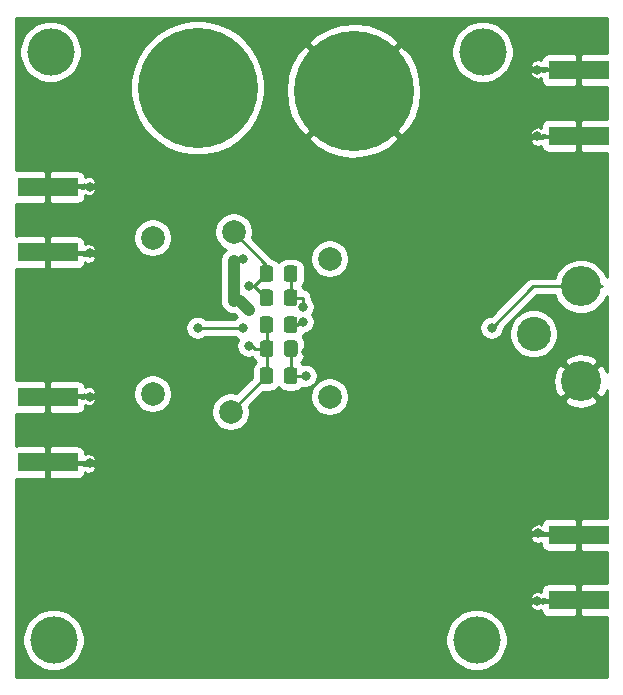
<source format=gbr>
%TF.GenerationSoftware,KiCad,Pcbnew,(5.1.6-0-10_14)*%
%TF.CreationDate,2020-10-05T14:42:17-07:00*%
%TF.ProjectId,single_ended_differential_converter,73696e67-6c65-45f6-956e-6465645f6469,rev?*%
%TF.SameCoordinates,Original*%
%TF.FileFunction,Copper,L2,Bot*%
%TF.FilePolarity,Positive*%
%FSLAX46Y46*%
G04 Gerber Fmt 4.6, Leading zero omitted, Abs format (unit mm)*
G04 Created by KiCad (PCBNEW (5.1.6-0-10_14)) date 2020-10-05 14:42:17*
%MOMM*%
%LPD*%
G01*
G04 APERTURE LIST*
%TA.AperFunction,ComponentPad*%
%ADD10C,2.900000*%
%TD*%
%TA.AperFunction,ComponentPad*%
%ADD11C,3.400000*%
%TD*%
%TA.AperFunction,ComponentPad*%
%ADD12C,2.000000*%
%TD*%
%TA.AperFunction,ComponentPad*%
%ADD13C,10.160000*%
%TD*%
%TA.AperFunction,ComponentPad*%
%ADD14C,4.000000*%
%TD*%
%TA.AperFunction,Conductor*%
%ADD15R,0.950000X0.460000*%
%TD*%
%TA.AperFunction,SMDPad,CuDef*%
%ADD16R,5.080000X1.600000*%
%TD*%
%TA.AperFunction,ViaPad*%
%ADD17C,0.800000*%
%TD*%
%TA.AperFunction,Conductor*%
%ADD18C,0.250000*%
%TD*%
%TA.AperFunction,Conductor*%
%ADD19C,1.000000*%
%TD*%
%TA.AperFunction,Conductor*%
%ADD20C,0.254000*%
%TD*%
G04 APERTURE END LIST*
D10*
%TO.P,J5,3*%
%TO.N,/OUT-*%
X256540000Y-134112000D03*
D11*
%TO.P,J5,1*%
%TO.N,GND*%
X260540000Y-138112000D03*
%TO.P,J5,2*%
%TO.N,/OUT+*%
X260540000Y-130112000D03*
%TD*%
D12*
%TO.P,TP4,1*%
%TO.N,/INV2*%
X230886000Y-140716000D03*
%TD*%
%TO.P,TP3,1*%
%TO.N,/INV1*%
X231140000Y-125476000D03*
%TD*%
%TO.P,TP2,1*%
%TO.N,/OUTi+*%
X239268000Y-139446000D03*
%TD*%
%TO.P,TP1,1*%
%TO.N,/OUTi-*%
X239268000Y-127762000D03*
%TD*%
D13*
%TO.P,U2,1*%
%TO.N,GND*%
X241300000Y-113538000D03*
%TD*%
%TO.P,RF2,2*%
%TO.N,/INV2*%
%TA.AperFunction,SMDPad,CuDef*%
G36*
G01*
X234491000Y-137217999D02*
X234491000Y-138118001D01*
G75*
G02*
X234241001Y-138368000I-249999J0D01*
G01*
X233590999Y-138368000D01*
G75*
G02*
X233341000Y-138118001I0J249999D01*
G01*
X233341000Y-137217999D01*
G75*
G02*
X233590999Y-136968000I249999J0D01*
G01*
X234241001Y-136968000D01*
G75*
G02*
X234491000Y-137217999I0J-249999D01*
G01*
G37*
%TD.AperFunction*%
%TO.P,RF2,1*%
%TO.N,/OUTi+*%
%TA.AperFunction,SMDPad,CuDef*%
G36*
G01*
X236541000Y-137217999D02*
X236541000Y-138118001D01*
G75*
G02*
X236291001Y-138368000I-249999J0D01*
G01*
X235640999Y-138368000D01*
G75*
G02*
X235391000Y-138118001I0J249999D01*
G01*
X235391000Y-137217999D01*
G75*
G02*
X235640999Y-136968000I249999J0D01*
G01*
X236291001Y-136968000D01*
G75*
G02*
X236541000Y-137217999I0J-249999D01*
G01*
G37*
%TD.AperFunction*%
%TD*%
%TO.P,R8,2*%
%TO.N,/OUT-*%
%TA.AperFunction,SMDPad,CuDef*%
G36*
G01*
X235391000Y-133800001D02*
X235391000Y-132899999D01*
G75*
G02*
X235640999Y-132650000I249999J0D01*
G01*
X236291001Y-132650000D01*
G75*
G02*
X236541000Y-132899999I0J-249999D01*
G01*
X236541000Y-133800001D01*
G75*
G02*
X236291001Y-134050000I-249999J0D01*
G01*
X235640999Y-134050000D01*
G75*
G02*
X235391000Y-133800001I0J249999D01*
G01*
G37*
%TD.AperFunction*%
%TO.P,R8,1*%
%TO.N,/INV2*%
%TA.AperFunction,SMDPad,CuDef*%
G36*
G01*
X233341000Y-133800001D02*
X233341000Y-132899999D01*
G75*
G02*
X233590999Y-132650000I249999J0D01*
G01*
X234241001Y-132650000D01*
G75*
G02*
X234491000Y-132899999I0J-249999D01*
G01*
X234491000Y-133800001D01*
G75*
G02*
X234241001Y-134050000I-249999J0D01*
G01*
X233590999Y-134050000D01*
G75*
G02*
X233341000Y-133800001I0J249999D01*
G01*
G37*
%TD.AperFunction*%
%TD*%
%TO.P,CF2,2*%
%TO.N,/INV2*%
%TA.AperFunction,SMDPad,CuDef*%
G36*
G01*
X234509000Y-134931999D02*
X234509000Y-135832001D01*
G75*
G02*
X234259001Y-136082000I-249999J0D01*
G01*
X233608999Y-136082000D01*
G75*
G02*
X233359000Y-135832001I0J249999D01*
G01*
X233359000Y-134931999D01*
G75*
G02*
X233608999Y-134682000I249999J0D01*
G01*
X234259001Y-134682000D01*
G75*
G02*
X234509000Y-134931999I0J-249999D01*
G01*
G37*
%TD.AperFunction*%
%TO.P,CF2,1*%
%TO.N,/OUTi+*%
%TA.AperFunction,SMDPad,CuDef*%
G36*
G01*
X236559000Y-134931999D02*
X236559000Y-135832001D01*
G75*
G02*
X236309001Y-136082000I-249999J0D01*
G01*
X235658999Y-136082000D01*
G75*
G02*
X235409000Y-135832001I0J249999D01*
G01*
X235409000Y-134931999D01*
G75*
G02*
X235658999Y-134682000I249999J0D01*
G01*
X236309001Y-134682000D01*
G75*
G02*
X236559000Y-134931999I0J-249999D01*
G01*
G37*
%TD.AperFunction*%
%TD*%
D14*
%TO.P,H4,1*%
%TO.N,N/C*%
X252222000Y-110236000D03*
%TD*%
%TO.P,H3,1*%
%TO.N,N/C*%
X251714000Y-160020000D03*
%TD*%
%TO.P,H2,1*%
%TO.N,N/C*%
X215900000Y-160020000D03*
%TD*%
%TO.P,H1,1*%
%TO.N,N/C*%
X215646000Y-110236000D03*
%TD*%
D12*
%TO.P,VOS2,1*%
%TO.N,/VOS1*%
X224282000Y-125984000D03*
%TD*%
%TO.P,VOS1,1*%
%TO.N,/VOS2*%
X224282000Y-139192000D03*
%TD*%
D13*
%TO.P,U1,1*%
%TO.N,VDD*%
X228092000Y-113284000D03*
%TD*%
%TO.P,RF1,2*%
%TO.N,/INV1*%
%TA.AperFunction,SMDPad,CuDef*%
G36*
G01*
X234491000Y-130613999D02*
X234491000Y-131514001D01*
G75*
G02*
X234241001Y-131764000I-249999J0D01*
G01*
X233590999Y-131764000D01*
G75*
G02*
X233341000Y-131514001I0J249999D01*
G01*
X233341000Y-130613999D01*
G75*
G02*
X233590999Y-130364000I249999J0D01*
G01*
X234241001Y-130364000D01*
G75*
G02*
X234491000Y-130613999I0J-249999D01*
G01*
G37*
%TD.AperFunction*%
%TO.P,RF1,1*%
%TO.N,/OUTi-*%
%TA.AperFunction,SMDPad,CuDef*%
G36*
G01*
X236541000Y-130613999D02*
X236541000Y-131514001D01*
G75*
G02*
X236291001Y-131764000I-249999J0D01*
G01*
X235640999Y-131764000D01*
G75*
G02*
X235391000Y-131514001I0J249999D01*
G01*
X235391000Y-130613999D01*
G75*
G02*
X235640999Y-130364000I249999J0D01*
G01*
X236291001Y-130364000D01*
G75*
G02*
X236541000Y-130613999I0J-249999D01*
G01*
G37*
%TD.AperFunction*%
%TD*%
D15*
%TO.N,GND*%
%TO.C,JPOS1*%
X257360000Y-151044000D03*
X257360000Y-156756000D03*
D16*
%TD*%
%TO.P,JPOS1,2*%
%TO.N,GND*%
X260350000Y-151130000D03*
%TO.P,JPOS1,2*%
%TO.N,GND*%
X260350000Y-156670000D03*
%TD*%
D15*
%TO.N,GND*%
%TO.C,JNEG1*%
X257360000Y-111722000D03*
X257360000Y-117434000D03*
D16*
%TD*%
%TO.P,JNEG1,2*%
%TO.N,GND*%
X260350000Y-111808000D03*
%TO.P,JNEG1,2*%
%TO.N,GND*%
X260350000Y-117348000D03*
%TD*%
D15*
%TO.N,GND*%
%TO.C,J2*%
X218382000Y-127316000D03*
X218382000Y-121604000D03*
D16*
%TD*%
%TO.P,J2,2*%
%TO.N,GND*%
X215392000Y-127230000D03*
%TO.P,J2,2*%
%TO.N,GND*%
X215392000Y-121690000D03*
%TD*%
D15*
%TO.N,GND*%
%TO.C,J1*%
X218382000Y-145096000D03*
X218382000Y-139384000D03*
D16*
%TD*%
%TO.P,J1,2*%
%TO.N,GND*%
X215392000Y-145010000D03*
%TO.P,J1,2*%
%TO.N,GND*%
X215392000Y-139470000D03*
%TD*%
%TO.P,CF1,2*%
%TO.N,/INV1*%
%TA.AperFunction,SMDPad,CuDef*%
G36*
G01*
X234491000Y-128581999D02*
X234491000Y-129482001D01*
G75*
G02*
X234241001Y-129732000I-249999J0D01*
G01*
X233590999Y-129732000D01*
G75*
G02*
X233341000Y-129482001I0J249999D01*
G01*
X233341000Y-128581999D01*
G75*
G02*
X233590999Y-128332000I249999J0D01*
G01*
X234241001Y-128332000D01*
G75*
G02*
X234491000Y-128581999I0J-249999D01*
G01*
G37*
%TD.AperFunction*%
%TO.P,CF1,1*%
%TO.N,/OUTi-*%
%TA.AperFunction,SMDPad,CuDef*%
G36*
G01*
X236541000Y-128581999D02*
X236541000Y-129482001D01*
G75*
G02*
X236291001Y-129732000I-249999J0D01*
G01*
X235640999Y-129732000D01*
G75*
G02*
X235391000Y-129482001I0J249999D01*
G01*
X235391000Y-128581999D01*
G75*
G02*
X235640999Y-128332000I249999J0D01*
G01*
X236291001Y-128332000D01*
G75*
G02*
X236541000Y-128581999I0J-249999D01*
G01*
G37*
%TD.AperFunction*%
%TD*%
D17*
%TO.N,GND*%
X236982000Y-139700000D03*
X237236000Y-135636000D03*
X237432919Y-130106357D03*
X242824000Y-125476000D03*
X236982000Y-127254000D03*
X242570000Y-141732000D03*
X220980000Y-135890000D03*
X223520000Y-136398000D03*
X218948000Y-121666000D03*
X218948000Y-127254000D03*
X218948000Y-139446000D03*
X218948000Y-145034000D03*
X256925653Y-150998347D03*
X256794000Y-156718000D03*
X256794000Y-111760000D03*
X256794000Y-117348000D03*
X223774000Y-128778000D03*
%TO.N,/VOS2*%
X231902000Y-133604000D03*
X228092000Y-133604000D03*
%TO.N,VDD*%
X232438653Y-132108653D03*
X231902000Y-127762000D03*
%TO.N,/OUT-*%
X236982000Y-133096000D03*
%TO.N,/OUT+*%
X252984000Y-133604000D03*
%TO.N,/INV1*%
X232410000Y-130048000D03*
%TO.N,/OUTi-*%
X236982000Y-131826000D03*
%TO.N,/INV2*%
X232410000Y-135128000D03*
%TO.N,/OUTi+*%
X237236000Y-137668000D03*
%TD*%
D18*
%TO.N,GND*%
X218924000Y-139470000D02*
X218948000Y-139446000D01*
X215392000Y-139470000D02*
X218924000Y-139470000D01*
%TO.N,/VOS2*%
X231902000Y-133604000D02*
X228092000Y-133604000D01*
D19*
%TO.N,VDD*%
X231140000Y-131318000D02*
X231140000Y-127942002D01*
X232438653Y-132108653D02*
X231684999Y-131354999D01*
D18*
X231684999Y-127979001D02*
X231902000Y-127762000D01*
X231648000Y-131318000D02*
X231684999Y-131354999D01*
X231140000Y-131318000D02*
X231648000Y-131318000D01*
X231721998Y-127942002D02*
X231902000Y-127762000D01*
X231140000Y-127942002D02*
X231721998Y-127942002D01*
%TO.N,/OUT-*%
X235966000Y-133350000D02*
X236474000Y-133350000D01*
X236728000Y-133096000D02*
X236982000Y-133096000D01*
X236474000Y-133350000D02*
X236728000Y-133096000D01*
%TO.N,/OUT+*%
X259016000Y-130112000D02*
X262318000Y-130112000D01*
X256476000Y-130112000D02*
X260540000Y-130112000D01*
X252984000Y-133604000D02*
X256476000Y-130112000D01*
%TO.N,/INV1*%
X232900000Y-130048000D02*
X233916000Y-129032000D01*
X232900000Y-130048000D02*
X233916000Y-131064000D01*
X232410000Y-130048000D02*
X232900000Y-130048000D01*
X233916000Y-128252000D02*
X231140000Y-125476000D01*
X233916000Y-129032000D02*
X233916000Y-128252000D01*
%TO.N,/OUTi-*%
X235966000Y-131064000D02*
X235966000Y-129032000D01*
X235966000Y-131064000D02*
X236982000Y-131064000D01*
X236982000Y-131064000D02*
X236982000Y-131826000D01*
%TO.N,/INV2*%
X233934000Y-137650000D02*
X233916000Y-137668000D01*
X233934000Y-135382000D02*
X233934000Y-137650000D01*
X233934000Y-133368000D02*
X233916000Y-133350000D01*
X233934000Y-135382000D02*
X233934000Y-133368000D01*
X233934000Y-135382000D02*
X232918000Y-135382000D01*
X232664000Y-135128000D02*
X232410000Y-135128000D01*
X232918000Y-135382000D02*
X232664000Y-135128000D01*
X233916000Y-137686000D02*
X230886000Y-140716000D01*
X233916000Y-137668000D02*
X233916000Y-137686000D01*
%TO.N,/OUTi+*%
X235966000Y-137668000D02*
X237236000Y-137668000D01*
X235984000Y-137650000D02*
X235966000Y-137668000D01*
X235984000Y-135382000D02*
X235984000Y-137650000D01*
%TD*%
D20*
%TO.N,GND*%
G36*
X262738000Y-110370135D02*
G01*
X260635750Y-110373000D01*
X260477000Y-110531750D01*
X260477000Y-111681000D01*
X260497000Y-111681000D01*
X260497000Y-111935000D01*
X260477000Y-111935000D01*
X260477000Y-113084250D01*
X260635750Y-113243000D01*
X262738000Y-113245865D01*
X262738000Y-115910135D01*
X260635750Y-115913000D01*
X260477000Y-116071750D01*
X260477000Y-117221000D01*
X260497000Y-117221000D01*
X260497000Y-117475000D01*
X260477000Y-117475000D01*
X260477000Y-118624250D01*
X260635750Y-118783000D01*
X262738000Y-118785865D01*
X262738000Y-129316794D01*
X262609250Y-129005963D01*
X262353713Y-128623524D01*
X262028476Y-128298287D01*
X261646037Y-128042750D01*
X261221094Y-127866733D01*
X260769977Y-127777000D01*
X260310023Y-127777000D01*
X259858906Y-127866733D01*
X259433963Y-128042750D01*
X259051524Y-128298287D01*
X258726287Y-128623524D01*
X258470750Y-129005963D01*
X258327417Y-129352000D01*
X256513325Y-129352000D01*
X256476000Y-129348324D01*
X256438675Y-129352000D01*
X256438667Y-129352000D01*
X256327014Y-129362997D01*
X256183753Y-129406454D01*
X256051724Y-129477026D01*
X255935999Y-129571999D01*
X255912201Y-129600997D01*
X252944199Y-132569000D01*
X252882061Y-132569000D01*
X252682102Y-132608774D01*
X252493744Y-132686795D01*
X252324226Y-132800063D01*
X252180063Y-132944226D01*
X252066795Y-133113744D01*
X251988774Y-133302102D01*
X251949000Y-133502061D01*
X251949000Y-133705939D01*
X251988774Y-133905898D01*
X252066795Y-134094256D01*
X252180063Y-134263774D01*
X252324226Y-134407937D01*
X252493744Y-134521205D01*
X252682102Y-134599226D01*
X252882061Y-134639000D01*
X253085939Y-134639000D01*
X253285898Y-134599226D01*
X253474256Y-134521205D01*
X253643774Y-134407937D01*
X253787937Y-134263774D01*
X253901205Y-134094256D01*
X253978916Y-133906645D01*
X254455000Y-133906645D01*
X254455000Y-134317355D01*
X254535126Y-134720172D01*
X254692297Y-135099618D01*
X254920475Y-135441110D01*
X255210890Y-135731525D01*
X255552382Y-135959703D01*
X255931828Y-136116874D01*
X256334645Y-136197000D01*
X256745355Y-136197000D01*
X257148172Y-136116874D01*
X257527618Y-135959703D01*
X257869110Y-135731525D01*
X258159525Y-135441110D01*
X258387703Y-135099618D01*
X258544874Y-134720172D01*
X258625000Y-134317355D01*
X258625000Y-133906645D01*
X258544874Y-133503828D01*
X258387703Y-133124382D01*
X258159525Y-132782890D01*
X257869110Y-132492475D01*
X257527618Y-132264297D01*
X257148172Y-132107126D01*
X256745355Y-132027000D01*
X256334645Y-132027000D01*
X255931828Y-132107126D01*
X255552382Y-132264297D01*
X255210890Y-132492475D01*
X254920475Y-132782890D01*
X254692297Y-133124382D01*
X254535126Y-133503828D01*
X254455000Y-133906645D01*
X253978916Y-133906645D01*
X253979226Y-133905898D01*
X254019000Y-133705939D01*
X254019000Y-133643801D01*
X256790802Y-130872000D01*
X258327417Y-130872000D01*
X258470750Y-131218037D01*
X258726287Y-131600476D01*
X259051524Y-131925713D01*
X259433963Y-132181250D01*
X259858906Y-132357267D01*
X260310023Y-132447000D01*
X260769977Y-132447000D01*
X261221094Y-132357267D01*
X261646037Y-132181250D01*
X262028476Y-131925713D01*
X262353713Y-131600476D01*
X262609250Y-131218037D01*
X262738000Y-130907206D01*
X262738001Y-137319300D01*
X262694092Y-137181947D01*
X262510060Y-136837648D01*
X262174023Y-136657582D01*
X260719605Y-138112000D01*
X262174023Y-139566418D01*
X262510060Y-139386352D01*
X262720820Y-138977526D01*
X262738001Y-138917698D01*
X262738001Y-149692135D01*
X260635750Y-149695000D01*
X260477000Y-149853750D01*
X260477000Y-151003000D01*
X260497000Y-151003000D01*
X260497000Y-151257000D01*
X260477000Y-151257000D01*
X260477000Y-152406250D01*
X260635750Y-152565000D01*
X262738001Y-152567865D01*
X262738001Y-155232135D01*
X260635750Y-155235000D01*
X260477000Y-155393750D01*
X260477000Y-156543000D01*
X260497000Y-156543000D01*
X260497000Y-156797000D01*
X260477000Y-156797000D01*
X260477000Y-157946250D01*
X260635750Y-158105000D01*
X262738001Y-158107865D01*
X262738001Y-163170000D01*
X212750000Y-163170000D01*
X212750000Y-159760475D01*
X213265000Y-159760475D01*
X213265000Y-160279525D01*
X213366261Y-160788601D01*
X213564893Y-161268141D01*
X213853262Y-161699715D01*
X214220285Y-162066738D01*
X214651859Y-162355107D01*
X215131399Y-162553739D01*
X215640475Y-162655000D01*
X216159525Y-162655000D01*
X216668601Y-162553739D01*
X217148141Y-162355107D01*
X217579715Y-162066738D01*
X217946738Y-161699715D01*
X218235107Y-161268141D01*
X218433739Y-160788601D01*
X218535000Y-160279525D01*
X218535000Y-159760475D01*
X249079000Y-159760475D01*
X249079000Y-160279525D01*
X249180261Y-160788601D01*
X249378893Y-161268141D01*
X249667262Y-161699715D01*
X250034285Y-162066738D01*
X250465859Y-162355107D01*
X250945399Y-162553739D01*
X251454475Y-162655000D01*
X251973525Y-162655000D01*
X252482601Y-162553739D01*
X252962141Y-162355107D01*
X253393715Y-162066738D01*
X253760738Y-161699715D01*
X254049107Y-161268141D01*
X254247739Y-160788601D01*
X254349000Y-160279525D01*
X254349000Y-159760475D01*
X254247739Y-159251399D01*
X254049107Y-158771859D01*
X253760738Y-158340285D01*
X253393715Y-157973262D01*
X252962141Y-157684893D01*
X252482601Y-157486261D01*
X251973525Y-157385000D01*
X251454475Y-157385000D01*
X250945399Y-157486261D01*
X250465859Y-157684893D01*
X250034285Y-157973262D01*
X249667262Y-158340285D01*
X249378893Y-158771859D01*
X249180261Y-159251399D01*
X249079000Y-159760475D01*
X218535000Y-159760475D01*
X218433739Y-159251399D01*
X218235107Y-158771859D01*
X217946738Y-158340285D01*
X217579715Y-157973262D01*
X217148141Y-157684893D01*
X216668601Y-157486261D01*
X216159525Y-157385000D01*
X215640475Y-157385000D01*
X215131399Y-157486261D01*
X214651859Y-157684893D01*
X214220285Y-157973262D01*
X213853262Y-158340285D01*
X213564893Y-158771859D01*
X213366261Y-159251399D01*
X213265000Y-159760475D01*
X212750000Y-159760475D01*
X212750000Y-157017750D01*
X256250000Y-157017750D01*
X256261807Y-157122990D01*
X256300507Y-157241937D01*
X256361669Y-157351048D01*
X256442942Y-157446131D01*
X256541203Y-157523531D01*
X256652676Y-157580274D01*
X256773077Y-157614179D01*
X256897779Y-157623944D01*
X257074250Y-157621000D01*
X257176709Y-157518541D01*
X257184188Y-157594482D01*
X257220498Y-157714180D01*
X257279463Y-157824494D01*
X257358815Y-157921185D01*
X257455506Y-158000537D01*
X257565820Y-158059502D01*
X257685518Y-158095812D01*
X257810000Y-158108072D01*
X260064250Y-158105000D01*
X260223000Y-157946250D01*
X260223000Y-156797000D01*
X257333750Y-156797000D01*
X257233000Y-156897750D01*
X257233000Y-156859000D01*
X256408750Y-156859000D01*
X256250000Y-157017750D01*
X212750000Y-157017750D01*
X212750000Y-156494250D01*
X256250000Y-156494250D01*
X256408750Y-156653000D01*
X257233000Y-156653000D01*
X257233000Y-156609000D01*
X257487000Y-156609000D01*
X257487000Y-156653000D01*
X258311250Y-156653000D01*
X258421250Y-156543000D01*
X260223000Y-156543000D01*
X260223000Y-155393750D01*
X260064250Y-155235000D01*
X257810000Y-155231928D01*
X257685518Y-155244188D01*
X257565820Y-155280498D01*
X257455506Y-155339463D01*
X257358815Y-155418815D01*
X257279463Y-155515506D01*
X257220498Y-155625820D01*
X257184188Y-155745518D01*
X257171928Y-155870000D01*
X257172641Y-155989391D01*
X257074250Y-155891000D01*
X256897779Y-155888056D01*
X256773077Y-155897821D01*
X256652676Y-155931726D01*
X256541203Y-155988469D01*
X256442942Y-156065869D01*
X256361669Y-156160952D01*
X256300507Y-156270063D01*
X256261807Y-156389010D01*
X256250000Y-156494250D01*
X212750000Y-156494250D01*
X212750000Y-151305750D01*
X256250000Y-151305750D01*
X256261807Y-151410990D01*
X256300507Y-151529937D01*
X256361669Y-151639048D01*
X256442942Y-151734131D01*
X256541203Y-151811531D01*
X256652676Y-151868274D01*
X256773077Y-151902179D01*
X256897779Y-151911944D01*
X257074250Y-151909000D01*
X257172641Y-151810609D01*
X257171928Y-151930000D01*
X257184188Y-152054482D01*
X257220498Y-152174180D01*
X257279463Y-152284494D01*
X257358815Y-152381185D01*
X257455506Y-152460537D01*
X257565820Y-152519502D01*
X257685518Y-152555812D01*
X257810000Y-152568072D01*
X260064250Y-152565000D01*
X260223000Y-152406250D01*
X260223000Y-151257000D01*
X258421250Y-151257000D01*
X258311250Y-151147000D01*
X257487000Y-151147000D01*
X257487000Y-151191000D01*
X257233000Y-151191000D01*
X257233000Y-151147000D01*
X256408750Y-151147000D01*
X256250000Y-151305750D01*
X212750000Y-151305750D01*
X212750000Y-150782250D01*
X256250000Y-150782250D01*
X256408750Y-150941000D01*
X257233000Y-150941000D01*
X257233000Y-150902250D01*
X257333750Y-151003000D01*
X260223000Y-151003000D01*
X260223000Y-149853750D01*
X260064250Y-149695000D01*
X257810000Y-149691928D01*
X257685518Y-149704188D01*
X257565820Y-149740498D01*
X257455506Y-149799463D01*
X257358815Y-149878815D01*
X257279463Y-149975506D01*
X257220498Y-150085820D01*
X257184188Y-150205518D01*
X257176709Y-150281459D01*
X257074250Y-150179000D01*
X256897779Y-150176056D01*
X256773077Y-150185821D01*
X256652676Y-150219726D01*
X256541203Y-150276469D01*
X256442942Y-150353869D01*
X256361669Y-150448952D01*
X256300507Y-150558063D01*
X256261807Y-150677010D01*
X256250000Y-150782250D01*
X212750000Y-150782250D01*
X212750000Y-146438026D01*
X212852000Y-146448072D01*
X215106250Y-146445000D01*
X215265000Y-146286250D01*
X215265000Y-145137000D01*
X215519000Y-145137000D01*
X215519000Y-146286250D01*
X215677750Y-146445000D01*
X217932000Y-146448072D01*
X218056482Y-146435812D01*
X218176180Y-146399502D01*
X218286494Y-146340537D01*
X218383185Y-146261185D01*
X218462537Y-146164494D01*
X218521502Y-146054180D01*
X218557812Y-145934482D01*
X218565291Y-145858541D01*
X218667750Y-145961000D01*
X218844221Y-145963944D01*
X218968923Y-145954179D01*
X219089324Y-145920274D01*
X219200797Y-145863531D01*
X219299058Y-145786131D01*
X219380331Y-145691048D01*
X219441493Y-145581937D01*
X219480193Y-145462990D01*
X219492000Y-145357750D01*
X219333250Y-145199000D01*
X218509000Y-145199000D01*
X218509000Y-145237750D01*
X218408250Y-145137000D01*
X215519000Y-145137000D01*
X215265000Y-145137000D01*
X215245000Y-145137000D01*
X215245000Y-144883000D01*
X215265000Y-144883000D01*
X215265000Y-143733750D01*
X215519000Y-143733750D01*
X215519000Y-144883000D01*
X217320750Y-144883000D01*
X217430750Y-144993000D01*
X218255000Y-144993000D01*
X218255000Y-144949000D01*
X218509000Y-144949000D01*
X218509000Y-144993000D01*
X219333250Y-144993000D01*
X219492000Y-144834250D01*
X219480193Y-144729010D01*
X219441493Y-144610063D01*
X219380331Y-144500952D01*
X219299058Y-144405869D01*
X219200797Y-144328469D01*
X219089324Y-144271726D01*
X218968923Y-144237821D01*
X218844221Y-144228056D01*
X218667750Y-144231000D01*
X218569359Y-144329391D01*
X218570072Y-144210000D01*
X218557812Y-144085518D01*
X218521502Y-143965820D01*
X218462537Y-143855506D01*
X218383185Y-143758815D01*
X218286494Y-143679463D01*
X218176180Y-143620498D01*
X218056482Y-143584188D01*
X217932000Y-143571928D01*
X215677750Y-143575000D01*
X215519000Y-143733750D01*
X215265000Y-143733750D01*
X215106250Y-143575000D01*
X212852000Y-143571928D01*
X212750000Y-143581974D01*
X212750000Y-140898026D01*
X212852000Y-140908072D01*
X215106250Y-140905000D01*
X215265000Y-140746250D01*
X215265000Y-139597000D01*
X215519000Y-139597000D01*
X215519000Y-140746250D01*
X215677750Y-140905000D01*
X217932000Y-140908072D01*
X218056482Y-140895812D01*
X218176180Y-140859502D01*
X218286494Y-140800537D01*
X218383185Y-140721185D01*
X218462537Y-140624494D01*
X218521502Y-140514180D01*
X218557812Y-140394482D01*
X218570072Y-140270000D01*
X218569359Y-140150609D01*
X218667750Y-140249000D01*
X218844221Y-140251944D01*
X218968923Y-140242179D01*
X219089324Y-140208274D01*
X219200797Y-140151531D01*
X219299058Y-140074131D01*
X219380331Y-139979048D01*
X219441493Y-139869937D01*
X219480193Y-139750990D01*
X219492000Y-139645750D01*
X219333250Y-139487000D01*
X218509000Y-139487000D01*
X218509000Y-139531000D01*
X218255000Y-139531000D01*
X218255000Y-139487000D01*
X217430750Y-139487000D01*
X217320750Y-139597000D01*
X215519000Y-139597000D01*
X215265000Y-139597000D01*
X215245000Y-139597000D01*
X215245000Y-139343000D01*
X215265000Y-139343000D01*
X215265000Y-138193750D01*
X215519000Y-138193750D01*
X215519000Y-139343000D01*
X218408250Y-139343000D01*
X218509000Y-139242250D01*
X218509000Y-139281000D01*
X219333250Y-139281000D01*
X219492000Y-139122250D01*
X219481759Y-139030967D01*
X222647000Y-139030967D01*
X222647000Y-139353033D01*
X222709832Y-139668912D01*
X222833082Y-139966463D01*
X223012013Y-140234252D01*
X223239748Y-140461987D01*
X223507537Y-140640918D01*
X223805088Y-140764168D01*
X224120967Y-140827000D01*
X224443033Y-140827000D01*
X224758912Y-140764168D01*
X225056463Y-140640918D01*
X225324252Y-140461987D01*
X225551987Y-140234252D01*
X225730918Y-139966463D01*
X225854168Y-139668912D01*
X225917000Y-139353033D01*
X225917000Y-139030967D01*
X225854168Y-138715088D01*
X225730918Y-138417537D01*
X225551987Y-138149748D01*
X225324252Y-137922013D01*
X225056463Y-137743082D01*
X224758912Y-137619832D01*
X224443033Y-137557000D01*
X224120967Y-137557000D01*
X223805088Y-137619832D01*
X223507537Y-137743082D01*
X223239748Y-137922013D01*
X223012013Y-138149748D01*
X222833082Y-138417537D01*
X222709832Y-138715088D01*
X222647000Y-139030967D01*
X219481759Y-139030967D01*
X219480193Y-139017010D01*
X219441493Y-138898063D01*
X219380331Y-138788952D01*
X219299058Y-138693869D01*
X219200797Y-138616469D01*
X219089324Y-138559726D01*
X218968923Y-138525821D01*
X218844221Y-138516056D01*
X218667750Y-138519000D01*
X218565291Y-138621459D01*
X218557812Y-138545518D01*
X218521502Y-138425820D01*
X218462537Y-138315506D01*
X218383185Y-138218815D01*
X218286494Y-138139463D01*
X218176180Y-138080498D01*
X218056482Y-138044188D01*
X217932000Y-138031928D01*
X215677750Y-138035000D01*
X215519000Y-138193750D01*
X215265000Y-138193750D01*
X215106250Y-138035000D01*
X212852000Y-138031928D01*
X212750000Y-138041974D01*
X212750000Y-133502061D01*
X227057000Y-133502061D01*
X227057000Y-133705939D01*
X227096774Y-133905898D01*
X227174795Y-134094256D01*
X227288063Y-134263774D01*
X227432226Y-134407937D01*
X227601744Y-134521205D01*
X227790102Y-134599226D01*
X227990061Y-134639000D01*
X228193939Y-134639000D01*
X228393898Y-134599226D01*
X228582256Y-134521205D01*
X228751774Y-134407937D01*
X228795711Y-134364000D01*
X231198289Y-134364000D01*
X231242226Y-134407937D01*
X231411744Y-134521205D01*
X231536214Y-134572763D01*
X231492795Y-134637744D01*
X231414774Y-134826102D01*
X231375000Y-135026061D01*
X231375000Y-135229939D01*
X231414774Y-135429898D01*
X231492795Y-135618256D01*
X231606063Y-135787774D01*
X231750226Y-135931937D01*
X231919744Y-136045205D01*
X232108102Y-136123226D01*
X232308061Y-136163000D01*
X232511939Y-136163000D01*
X232711898Y-136123226D01*
X232725205Y-136117714D01*
X232769014Y-136131003D01*
X232776356Y-136131726D01*
X232788528Y-136171851D01*
X232870595Y-136325387D01*
X232981038Y-136459962D01*
X233051287Y-136517614D01*
X232963038Y-136590038D01*
X232852595Y-136724613D01*
X232770528Y-136878149D01*
X232719992Y-137044745D01*
X232702928Y-137217999D01*
X232702928Y-137824270D01*
X231377376Y-139149823D01*
X231362912Y-139143832D01*
X231047033Y-139081000D01*
X230724967Y-139081000D01*
X230409088Y-139143832D01*
X230111537Y-139267082D01*
X229843748Y-139446013D01*
X229616013Y-139673748D01*
X229437082Y-139941537D01*
X229313832Y-140239088D01*
X229251000Y-140554967D01*
X229251000Y-140877033D01*
X229313832Y-141192912D01*
X229437082Y-141490463D01*
X229616013Y-141758252D01*
X229843748Y-141985987D01*
X230111537Y-142164918D01*
X230409088Y-142288168D01*
X230724967Y-142351000D01*
X231047033Y-142351000D01*
X231362912Y-142288168D01*
X231660463Y-142164918D01*
X231928252Y-141985987D01*
X232155987Y-141758252D01*
X232334918Y-141490463D01*
X232458168Y-141192912D01*
X232521000Y-140877033D01*
X232521000Y-140554967D01*
X232458168Y-140239088D01*
X232452177Y-140224624D01*
X233391834Y-139284967D01*
X237633000Y-139284967D01*
X237633000Y-139607033D01*
X237695832Y-139922912D01*
X237819082Y-140220463D01*
X237998013Y-140488252D01*
X238225748Y-140715987D01*
X238493537Y-140894918D01*
X238791088Y-141018168D01*
X239106967Y-141081000D01*
X239429033Y-141081000D01*
X239744912Y-141018168D01*
X240042463Y-140894918D01*
X240310252Y-140715987D01*
X240537987Y-140488252D01*
X240716918Y-140220463D01*
X240840168Y-139922912D01*
X240875353Y-139746023D01*
X259085582Y-139746023D01*
X259265648Y-140082060D01*
X259674474Y-140292820D01*
X260116562Y-140419772D01*
X260574922Y-140458037D01*
X261031940Y-140406146D01*
X261470053Y-140266092D01*
X261814352Y-140082060D01*
X261994418Y-139746023D01*
X260540000Y-138291605D01*
X259085582Y-139746023D01*
X240875353Y-139746023D01*
X240903000Y-139607033D01*
X240903000Y-139284967D01*
X240840168Y-138969088D01*
X240716918Y-138671537D01*
X240537987Y-138403748D01*
X240310252Y-138176013D01*
X240266715Y-138146922D01*
X258193963Y-138146922D01*
X258245854Y-138603940D01*
X258385908Y-139042053D01*
X258569940Y-139386352D01*
X258905977Y-139566418D01*
X260360395Y-138112000D01*
X258905977Y-136657582D01*
X258569940Y-136837648D01*
X258359180Y-137246474D01*
X258232228Y-137688562D01*
X258193963Y-138146922D01*
X240266715Y-138146922D01*
X240042463Y-137997082D01*
X239744912Y-137873832D01*
X239429033Y-137811000D01*
X239106967Y-137811000D01*
X238791088Y-137873832D01*
X238493537Y-137997082D01*
X238225748Y-138176013D01*
X237998013Y-138403748D01*
X237819082Y-138671537D01*
X237695832Y-138969088D01*
X237633000Y-139284967D01*
X233391834Y-139284967D01*
X233670730Y-139006072D01*
X234241001Y-139006072D01*
X234414255Y-138989008D01*
X234580851Y-138938472D01*
X234734387Y-138856405D01*
X234868962Y-138745962D01*
X234941000Y-138658184D01*
X235013038Y-138745962D01*
X235147613Y-138856405D01*
X235301149Y-138938472D01*
X235467745Y-138989008D01*
X235640999Y-139006072D01*
X236291001Y-139006072D01*
X236464255Y-138989008D01*
X236630851Y-138938472D01*
X236784387Y-138856405D01*
X236918962Y-138745962D01*
X236979458Y-138672248D01*
X237134061Y-138703000D01*
X237337939Y-138703000D01*
X237537898Y-138663226D01*
X237726256Y-138585205D01*
X237895774Y-138471937D01*
X238039937Y-138327774D01*
X238153205Y-138158256D01*
X238231226Y-137969898D01*
X238271000Y-137769939D01*
X238271000Y-137566061D01*
X238231226Y-137366102D01*
X238153205Y-137177744D01*
X238039937Y-137008226D01*
X237895774Y-136864063D01*
X237726256Y-136750795D01*
X237537898Y-136672774D01*
X237337939Y-136633000D01*
X237134061Y-136633000D01*
X236979458Y-136663752D01*
X236918962Y-136590038D01*
X236848713Y-136532386D01*
X236915010Y-136477977D01*
X259085582Y-136477977D01*
X260540000Y-137932395D01*
X261994418Y-136477977D01*
X261814352Y-136141940D01*
X261405526Y-135931180D01*
X260963438Y-135804228D01*
X260505078Y-135765963D01*
X260048060Y-135817854D01*
X259609947Y-135957908D01*
X259265648Y-136141940D01*
X259085582Y-136477977D01*
X236915010Y-136477977D01*
X236936962Y-136459962D01*
X237047405Y-136325387D01*
X237129472Y-136171851D01*
X237180008Y-136005255D01*
X237197072Y-135832001D01*
X237197072Y-134931999D01*
X237180008Y-134758745D01*
X237129472Y-134592149D01*
X237047405Y-134438613D01*
X236978813Y-134355033D01*
X237029405Y-134293387D01*
X237111472Y-134139851D01*
X237116097Y-134124603D01*
X237283898Y-134091226D01*
X237472256Y-134013205D01*
X237641774Y-133899937D01*
X237785937Y-133755774D01*
X237899205Y-133586256D01*
X237977226Y-133397898D01*
X238017000Y-133197939D01*
X238017000Y-132994061D01*
X237977226Y-132794102D01*
X237899205Y-132605744D01*
X237802490Y-132461000D01*
X237899205Y-132316256D01*
X237977226Y-132127898D01*
X238017000Y-131927939D01*
X238017000Y-131724061D01*
X237977226Y-131524102D01*
X237899205Y-131335744D01*
X237785937Y-131166226D01*
X237742000Y-131122289D01*
X237742000Y-131101332D01*
X237745677Y-131064000D01*
X237731003Y-130915014D01*
X237687546Y-130771753D01*
X237616974Y-130639724D01*
X237522001Y-130523999D01*
X237406276Y-130429026D01*
X237274247Y-130358454D01*
X237130986Y-130314997D01*
X237123644Y-130314274D01*
X237111472Y-130274149D01*
X237029405Y-130120613D01*
X236969813Y-130048000D01*
X237029405Y-129975387D01*
X237111472Y-129821851D01*
X237162008Y-129655255D01*
X237179072Y-129482001D01*
X237179072Y-128581999D01*
X237162008Y-128408745D01*
X237111472Y-128242149D01*
X237029405Y-128088613D01*
X236918962Y-127954038D01*
X236784387Y-127843595D01*
X236630851Y-127761528D01*
X236464255Y-127710992D01*
X236291001Y-127693928D01*
X235640999Y-127693928D01*
X235467745Y-127710992D01*
X235301149Y-127761528D01*
X235147613Y-127843595D01*
X235013038Y-127954038D01*
X234941000Y-128041816D01*
X234868962Y-127954038D01*
X234734387Y-127843595D01*
X234580851Y-127761528D01*
X234468738Y-127727519D01*
X234456001Y-127711999D01*
X234427003Y-127688201D01*
X234339769Y-127600967D01*
X237633000Y-127600967D01*
X237633000Y-127923033D01*
X237695832Y-128238912D01*
X237819082Y-128536463D01*
X237998013Y-128804252D01*
X238225748Y-129031987D01*
X238493537Y-129210918D01*
X238791088Y-129334168D01*
X239106967Y-129397000D01*
X239429033Y-129397000D01*
X239744912Y-129334168D01*
X240042463Y-129210918D01*
X240310252Y-129031987D01*
X240537987Y-128804252D01*
X240716918Y-128536463D01*
X240840168Y-128238912D01*
X240903000Y-127923033D01*
X240903000Y-127600967D01*
X240840168Y-127285088D01*
X240716918Y-126987537D01*
X240537987Y-126719748D01*
X240310252Y-126492013D01*
X240042463Y-126313082D01*
X239744912Y-126189832D01*
X239429033Y-126127000D01*
X239106967Y-126127000D01*
X238791088Y-126189832D01*
X238493537Y-126313082D01*
X238225748Y-126492013D01*
X237998013Y-126719748D01*
X237819082Y-126987537D01*
X237695832Y-127285088D01*
X237633000Y-127600967D01*
X234339769Y-127600967D01*
X232706177Y-125967376D01*
X232712168Y-125952912D01*
X232775000Y-125637033D01*
X232775000Y-125314967D01*
X232712168Y-124999088D01*
X232588918Y-124701537D01*
X232409987Y-124433748D01*
X232182252Y-124206013D01*
X231914463Y-124027082D01*
X231616912Y-123903832D01*
X231301033Y-123841000D01*
X230978967Y-123841000D01*
X230663088Y-123903832D01*
X230365537Y-124027082D01*
X230097748Y-124206013D01*
X229870013Y-124433748D01*
X229691082Y-124701537D01*
X229567832Y-124999088D01*
X229505000Y-125314967D01*
X229505000Y-125637033D01*
X229567832Y-125952912D01*
X229691082Y-126250463D01*
X229870013Y-126518252D01*
X230097748Y-126745987D01*
X230365537Y-126924918D01*
X230517405Y-126987824D01*
X230506378Y-126993718D01*
X230333552Y-127135553D01*
X230191717Y-127308379D01*
X230086325Y-127505555D01*
X230021424Y-127719503D01*
X230005001Y-127886250D01*
X230005000Y-131373751D01*
X230021423Y-131540498D01*
X230086324Y-131754446D01*
X230191716Y-131951623D01*
X230333551Y-132124449D01*
X230506377Y-132266284D01*
X230703553Y-132371676D01*
X230917501Y-132436577D01*
X231140000Y-132458491D01*
X231179472Y-132454603D01*
X231411696Y-132686827D01*
X231242226Y-132800063D01*
X231198289Y-132844000D01*
X228795711Y-132844000D01*
X228751774Y-132800063D01*
X228582256Y-132686795D01*
X228393898Y-132608774D01*
X228193939Y-132569000D01*
X227990061Y-132569000D01*
X227790102Y-132608774D01*
X227601744Y-132686795D01*
X227432226Y-132800063D01*
X227288063Y-132944226D01*
X227174795Y-133113744D01*
X227096774Y-133302102D01*
X227057000Y-133502061D01*
X212750000Y-133502061D01*
X212750000Y-128658026D01*
X212852000Y-128668072D01*
X215106250Y-128665000D01*
X215265000Y-128506250D01*
X215265000Y-127357000D01*
X215519000Y-127357000D01*
X215519000Y-128506250D01*
X215677750Y-128665000D01*
X217932000Y-128668072D01*
X218056482Y-128655812D01*
X218176180Y-128619502D01*
X218286494Y-128560537D01*
X218383185Y-128481185D01*
X218462537Y-128384494D01*
X218521502Y-128274180D01*
X218557812Y-128154482D01*
X218565291Y-128078541D01*
X218667750Y-128181000D01*
X218844221Y-128183944D01*
X218968923Y-128174179D01*
X219089324Y-128140274D01*
X219200797Y-128083531D01*
X219299058Y-128006131D01*
X219380331Y-127911048D01*
X219441493Y-127801937D01*
X219480193Y-127682990D01*
X219492000Y-127577750D01*
X219333250Y-127419000D01*
X218509000Y-127419000D01*
X218509000Y-127457750D01*
X218408250Y-127357000D01*
X215519000Y-127357000D01*
X215265000Y-127357000D01*
X215245000Y-127357000D01*
X215245000Y-127103000D01*
X215265000Y-127103000D01*
X215265000Y-125953750D01*
X215519000Y-125953750D01*
X215519000Y-127103000D01*
X217320750Y-127103000D01*
X217430750Y-127213000D01*
X218255000Y-127213000D01*
X218255000Y-127169000D01*
X218509000Y-127169000D01*
X218509000Y-127213000D01*
X219333250Y-127213000D01*
X219492000Y-127054250D01*
X219480193Y-126949010D01*
X219441493Y-126830063D01*
X219380331Y-126720952D01*
X219299058Y-126625869D01*
X219200797Y-126548469D01*
X219089324Y-126491726D01*
X218968923Y-126457821D01*
X218844221Y-126448056D01*
X218667750Y-126451000D01*
X218569359Y-126549391D01*
X218570072Y-126430000D01*
X218557812Y-126305518D01*
X218521502Y-126185820D01*
X218462537Y-126075506D01*
X218383185Y-125978815D01*
X218286494Y-125899463D01*
X218176180Y-125840498D01*
X218118389Y-125822967D01*
X222647000Y-125822967D01*
X222647000Y-126145033D01*
X222709832Y-126460912D01*
X222833082Y-126758463D01*
X223012013Y-127026252D01*
X223239748Y-127253987D01*
X223507537Y-127432918D01*
X223805088Y-127556168D01*
X224120967Y-127619000D01*
X224443033Y-127619000D01*
X224758912Y-127556168D01*
X225056463Y-127432918D01*
X225324252Y-127253987D01*
X225551987Y-127026252D01*
X225730918Y-126758463D01*
X225854168Y-126460912D01*
X225917000Y-126145033D01*
X225917000Y-125822967D01*
X225854168Y-125507088D01*
X225730918Y-125209537D01*
X225551987Y-124941748D01*
X225324252Y-124714013D01*
X225056463Y-124535082D01*
X224758912Y-124411832D01*
X224443033Y-124349000D01*
X224120967Y-124349000D01*
X223805088Y-124411832D01*
X223507537Y-124535082D01*
X223239748Y-124714013D01*
X223012013Y-124941748D01*
X222833082Y-125209537D01*
X222709832Y-125507088D01*
X222647000Y-125822967D01*
X218118389Y-125822967D01*
X218056482Y-125804188D01*
X217932000Y-125791928D01*
X215677750Y-125795000D01*
X215519000Y-125953750D01*
X215265000Y-125953750D01*
X215106250Y-125795000D01*
X212852000Y-125791928D01*
X212750000Y-125801974D01*
X212750000Y-123118026D01*
X212852000Y-123128072D01*
X215106250Y-123125000D01*
X215265000Y-122966250D01*
X215265000Y-121817000D01*
X215519000Y-121817000D01*
X215519000Y-122966250D01*
X215677750Y-123125000D01*
X217932000Y-123128072D01*
X218056482Y-123115812D01*
X218176180Y-123079502D01*
X218286494Y-123020537D01*
X218383185Y-122941185D01*
X218462537Y-122844494D01*
X218521502Y-122734180D01*
X218557812Y-122614482D01*
X218570072Y-122490000D01*
X218569359Y-122370609D01*
X218667750Y-122469000D01*
X218844221Y-122471944D01*
X218968923Y-122462179D01*
X219089324Y-122428274D01*
X219200797Y-122371531D01*
X219299058Y-122294131D01*
X219380331Y-122199048D01*
X219441493Y-122089937D01*
X219480193Y-121970990D01*
X219492000Y-121865750D01*
X219333250Y-121707000D01*
X218509000Y-121707000D01*
X218509000Y-121751000D01*
X218255000Y-121751000D01*
X218255000Y-121707000D01*
X217430750Y-121707000D01*
X217320750Y-121817000D01*
X215519000Y-121817000D01*
X215265000Y-121817000D01*
X215245000Y-121817000D01*
X215245000Y-121563000D01*
X215265000Y-121563000D01*
X215265000Y-120413750D01*
X215519000Y-120413750D01*
X215519000Y-121563000D01*
X218408250Y-121563000D01*
X218509000Y-121462250D01*
X218509000Y-121501000D01*
X219333250Y-121501000D01*
X219492000Y-121342250D01*
X219480193Y-121237010D01*
X219441493Y-121118063D01*
X219380331Y-121008952D01*
X219299058Y-120913869D01*
X219200797Y-120836469D01*
X219089324Y-120779726D01*
X218968923Y-120745821D01*
X218844221Y-120736056D01*
X218667750Y-120739000D01*
X218565291Y-120841459D01*
X218557812Y-120765518D01*
X218521502Y-120645820D01*
X218462537Y-120535506D01*
X218383185Y-120438815D01*
X218286494Y-120359463D01*
X218176180Y-120300498D01*
X218056482Y-120264188D01*
X217932000Y-120251928D01*
X215677750Y-120255000D01*
X215519000Y-120413750D01*
X215265000Y-120413750D01*
X215106250Y-120255000D01*
X212852000Y-120251928D01*
X212750000Y-120261974D01*
X212750000Y-109976475D01*
X213011000Y-109976475D01*
X213011000Y-110495525D01*
X213112261Y-111004601D01*
X213310893Y-111484141D01*
X213599262Y-111915715D01*
X213966285Y-112282738D01*
X214397859Y-112571107D01*
X214877399Y-112769739D01*
X215386475Y-112871000D01*
X215905525Y-112871000D01*
X216414601Y-112769739D01*
X216531972Y-112721122D01*
X222377000Y-112721122D01*
X222377000Y-113846878D01*
X222596625Y-114951004D01*
X223027433Y-115991067D01*
X223652870Y-116927100D01*
X224448900Y-117723130D01*
X225384933Y-118348567D01*
X226424996Y-118779375D01*
X227529122Y-118999000D01*
X228654878Y-118999000D01*
X229759004Y-118779375D01*
X230799067Y-118348567D01*
X231735100Y-117723130D01*
X231883034Y-117575196D01*
X237442409Y-117575196D01*
X238028124Y-118257416D01*
X239011704Y-118805045D01*
X240083223Y-119150265D01*
X241201501Y-119279808D01*
X242323565Y-119188697D01*
X243406294Y-118880433D01*
X244408079Y-118366863D01*
X244571876Y-118257416D01*
X245054090Y-117695750D01*
X256250000Y-117695750D01*
X256261807Y-117800990D01*
X256300507Y-117919937D01*
X256361669Y-118029048D01*
X256442942Y-118124131D01*
X256541203Y-118201531D01*
X256652676Y-118258274D01*
X256773077Y-118292179D01*
X256897779Y-118301944D01*
X257074250Y-118299000D01*
X257176709Y-118196541D01*
X257184188Y-118272482D01*
X257220498Y-118392180D01*
X257279463Y-118502494D01*
X257358815Y-118599185D01*
X257455506Y-118678537D01*
X257565820Y-118737502D01*
X257685518Y-118773812D01*
X257810000Y-118786072D01*
X260064250Y-118783000D01*
X260223000Y-118624250D01*
X260223000Y-117475000D01*
X257333750Y-117475000D01*
X257233000Y-117575750D01*
X257233000Y-117537000D01*
X256408750Y-117537000D01*
X256250000Y-117695750D01*
X245054090Y-117695750D01*
X245157591Y-117575196D01*
X241300000Y-113717605D01*
X237442409Y-117575196D01*
X231883034Y-117575196D01*
X232531130Y-116927100D01*
X233156567Y-115991067D01*
X233587375Y-114951004D01*
X233807000Y-113846878D01*
X233807000Y-113439501D01*
X235558192Y-113439501D01*
X235649303Y-114561565D01*
X235957567Y-115644294D01*
X236471137Y-116646079D01*
X236580584Y-116809876D01*
X237262804Y-117395591D01*
X241120395Y-113538000D01*
X241479605Y-113538000D01*
X245337196Y-117395591D01*
X245597335Y-117172250D01*
X256250000Y-117172250D01*
X256408750Y-117331000D01*
X257233000Y-117331000D01*
X257233000Y-117287000D01*
X257487000Y-117287000D01*
X257487000Y-117331000D01*
X258311250Y-117331000D01*
X258421250Y-117221000D01*
X260223000Y-117221000D01*
X260223000Y-116071750D01*
X260064250Y-115913000D01*
X257810000Y-115909928D01*
X257685518Y-115922188D01*
X257565820Y-115958498D01*
X257455506Y-116017463D01*
X257358815Y-116096815D01*
X257279463Y-116193506D01*
X257220498Y-116303820D01*
X257184188Y-116423518D01*
X257171928Y-116548000D01*
X257172641Y-116667391D01*
X257074250Y-116569000D01*
X256897779Y-116566056D01*
X256773077Y-116575821D01*
X256652676Y-116609726D01*
X256541203Y-116666469D01*
X256442942Y-116743869D01*
X256361669Y-116838952D01*
X256300507Y-116948063D01*
X256261807Y-117067010D01*
X256250000Y-117172250D01*
X245597335Y-117172250D01*
X246019416Y-116809876D01*
X246567045Y-115826296D01*
X246912265Y-114754777D01*
X247041808Y-113636499D01*
X246950697Y-112514435D01*
X246642433Y-111431706D01*
X246128863Y-110429921D01*
X246019416Y-110266124D01*
X245682044Y-109976475D01*
X249587000Y-109976475D01*
X249587000Y-110495525D01*
X249688261Y-111004601D01*
X249886893Y-111484141D01*
X250175262Y-111915715D01*
X250542285Y-112282738D01*
X250973859Y-112571107D01*
X251453399Y-112769739D01*
X251962475Y-112871000D01*
X252481525Y-112871000D01*
X252990601Y-112769739D01*
X253470141Y-112571107D01*
X253901715Y-112282738D01*
X254200703Y-111983750D01*
X256250000Y-111983750D01*
X256261807Y-112088990D01*
X256300507Y-112207937D01*
X256361669Y-112317048D01*
X256442942Y-112412131D01*
X256541203Y-112489531D01*
X256652676Y-112546274D01*
X256773077Y-112580179D01*
X256897779Y-112589944D01*
X257074250Y-112587000D01*
X257172641Y-112488609D01*
X257171928Y-112608000D01*
X257184188Y-112732482D01*
X257220498Y-112852180D01*
X257279463Y-112962494D01*
X257358815Y-113059185D01*
X257455506Y-113138537D01*
X257565820Y-113197502D01*
X257685518Y-113233812D01*
X257810000Y-113246072D01*
X260064250Y-113243000D01*
X260223000Y-113084250D01*
X260223000Y-111935000D01*
X258421250Y-111935000D01*
X258311250Y-111825000D01*
X257487000Y-111825000D01*
X257487000Y-111869000D01*
X257233000Y-111869000D01*
X257233000Y-111825000D01*
X256408750Y-111825000D01*
X256250000Y-111983750D01*
X254200703Y-111983750D01*
X254268738Y-111915715D01*
X254557107Y-111484141D01*
X254567002Y-111460250D01*
X256250000Y-111460250D01*
X256408750Y-111619000D01*
X257233000Y-111619000D01*
X257233000Y-111580250D01*
X257333750Y-111681000D01*
X260223000Y-111681000D01*
X260223000Y-110531750D01*
X260064250Y-110373000D01*
X257810000Y-110369928D01*
X257685518Y-110382188D01*
X257565820Y-110418498D01*
X257455506Y-110477463D01*
X257358815Y-110556815D01*
X257279463Y-110653506D01*
X257220498Y-110763820D01*
X257184188Y-110883518D01*
X257176709Y-110959459D01*
X257074250Y-110857000D01*
X256897779Y-110854056D01*
X256773077Y-110863821D01*
X256652676Y-110897726D01*
X256541203Y-110954469D01*
X256442942Y-111031869D01*
X256361669Y-111126952D01*
X256300507Y-111236063D01*
X256261807Y-111355010D01*
X256250000Y-111460250D01*
X254567002Y-111460250D01*
X254755739Y-111004601D01*
X254857000Y-110495525D01*
X254857000Y-109976475D01*
X254755739Y-109467399D01*
X254557107Y-108987859D01*
X254268738Y-108556285D01*
X253901715Y-108189262D01*
X253470141Y-107900893D01*
X252990601Y-107702261D01*
X252481525Y-107601000D01*
X251962475Y-107601000D01*
X251453399Y-107702261D01*
X250973859Y-107900893D01*
X250542285Y-108189262D01*
X250175262Y-108556285D01*
X249886893Y-108987859D01*
X249688261Y-109467399D01*
X249587000Y-109976475D01*
X245682044Y-109976475D01*
X245337196Y-109680409D01*
X241479605Y-113538000D01*
X241120395Y-113538000D01*
X237262804Y-109680409D01*
X236580584Y-110266124D01*
X236032955Y-111249704D01*
X235687735Y-112321223D01*
X235558192Y-113439501D01*
X233807000Y-113439501D01*
X233807000Y-112721122D01*
X233587375Y-111616996D01*
X233156567Y-110576933D01*
X232531130Y-109640900D01*
X232391034Y-109500804D01*
X237442409Y-109500804D01*
X241300000Y-113358395D01*
X245157591Y-109500804D01*
X244571876Y-108818584D01*
X243588296Y-108270955D01*
X242516777Y-107925735D01*
X241398499Y-107796192D01*
X240276435Y-107887303D01*
X239193706Y-108195567D01*
X238191921Y-108709137D01*
X238028124Y-108818584D01*
X237442409Y-109500804D01*
X232391034Y-109500804D01*
X231735100Y-108844870D01*
X230799067Y-108219433D01*
X229759004Y-107788625D01*
X228654878Y-107569000D01*
X227529122Y-107569000D01*
X226424996Y-107788625D01*
X225384933Y-108219433D01*
X224448900Y-108844870D01*
X223652870Y-109640900D01*
X223027433Y-110576933D01*
X222596625Y-111616996D01*
X222377000Y-112721122D01*
X216531972Y-112721122D01*
X216894141Y-112571107D01*
X217325715Y-112282738D01*
X217692738Y-111915715D01*
X217981107Y-111484141D01*
X218179739Y-111004601D01*
X218281000Y-110495525D01*
X218281000Y-109976475D01*
X218179739Y-109467399D01*
X217981107Y-108987859D01*
X217692738Y-108556285D01*
X217325715Y-108189262D01*
X216894141Y-107900893D01*
X216414601Y-107702261D01*
X215905525Y-107601000D01*
X215386475Y-107601000D01*
X214877399Y-107702261D01*
X214397859Y-107900893D01*
X213966285Y-108189262D01*
X213599262Y-108556285D01*
X213310893Y-108987859D01*
X213112261Y-109467399D01*
X213011000Y-109976475D01*
X212750000Y-109976475D01*
X212750000Y-107340000D01*
X262738000Y-107340000D01*
X262738000Y-110370135D01*
G37*
X262738000Y-110370135D02*
X260635750Y-110373000D01*
X260477000Y-110531750D01*
X260477000Y-111681000D01*
X260497000Y-111681000D01*
X260497000Y-111935000D01*
X260477000Y-111935000D01*
X260477000Y-113084250D01*
X260635750Y-113243000D01*
X262738000Y-113245865D01*
X262738000Y-115910135D01*
X260635750Y-115913000D01*
X260477000Y-116071750D01*
X260477000Y-117221000D01*
X260497000Y-117221000D01*
X260497000Y-117475000D01*
X260477000Y-117475000D01*
X260477000Y-118624250D01*
X260635750Y-118783000D01*
X262738000Y-118785865D01*
X262738000Y-129316794D01*
X262609250Y-129005963D01*
X262353713Y-128623524D01*
X262028476Y-128298287D01*
X261646037Y-128042750D01*
X261221094Y-127866733D01*
X260769977Y-127777000D01*
X260310023Y-127777000D01*
X259858906Y-127866733D01*
X259433963Y-128042750D01*
X259051524Y-128298287D01*
X258726287Y-128623524D01*
X258470750Y-129005963D01*
X258327417Y-129352000D01*
X256513325Y-129352000D01*
X256476000Y-129348324D01*
X256438675Y-129352000D01*
X256438667Y-129352000D01*
X256327014Y-129362997D01*
X256183753Y-129406454D01*
X256051724Y-129477026D01*
X255935999Y-129571999D01*
X255912201Y-129600997D01*
X252944199Y-132569000D01*
X252882061Y-132569000D01*
X252682102Y-132608774D01*
X252493744Y-132686795D01*
X252324226Y-132800063D01*
X252180063Y-132944226D01*
X252066795Y-133113744D01*
X251988774Y-133302102D01*
X251949000Y-133502061D01*
X251949000Y-133705939D01*
X251988774Y-133905898D01*
X252066795Y-134094256D01*
X252180063Y-134263774D01*
X252324226Y-134407937D01*
X252493744Y-134521205D01*
X252682102Y-134599226D01*
X252882061Y-134639000D01*
X253085939Y-134639000D01*
X253285898Y-134599226D01*
X253474256Y-134521205D01*
X253643774Y-134407937D01*
X253787937Y-134263774D01*
X253901205Y-134094256D01*
X253978916Y-133906645D01*
X254455000Y-133906645D01*
X254455000Y-134317355D01*
X254535126Y-134720172D01*
X254692297Y-135099618D01*
X254920475Y-135441110D01*
X255210890Y-135731525D01*
X255552382Y-135959703D01*
X255931828Y-136116874D01*
X256334645Y-136197000D01*
X256745355Y-136197000D01*
X257148172Y-136116874D01*
X257527618Y-135959703D01*
X257869110Y-135731525D01*
X258159525Y-135441110D01*
X258387703Y-135099618D01*
X258544874Y-134720172D01*
X258625000Y-134317355D01*
X258625000Y-133906645D01*
X258544874Y-133503828D01*
X258387703Y-133124382D01*
X258159525Y-132782890D01*
X257869110Y-132492475D01*
X257527618Y-132264297D01*
X257148172Y-132107126D01*
X256745355Y-132027000D01*
X256334645Y-132027000D01*
X255931828Y-132107126D01*
X255552382Y-132264297D01*
X255210890Y-132492475D01*
X254920475Y-132782890D01*
X254692297Y-133124382D01*
X254535126Y-133503828D01*
X254455000Y-133906645D01*
X253978916Y-133906645D01*
X253979226Y-133905898D01*
X254019000Y-133705939D01*
X254019000Y-133643801D01*
X256790802Y-130872000D01*
X258327417Y-130872000D01*
X258470750Y-131218037D01*
X258726287Y-131600476D01*
X259051524Y-131925713D01*
X259433963Y-132181250D01*
X259858906Y-132357267D01*
X260310023Y-132447000D01*
X260769977Y-132447000D01*
X261221094Y-132357267D01*
X261646037Y-132181250D01*
X262028476Y-131925713D01*
X262353713Y-131600476D01*
X262609250Y-131218037D01*
X262738000Y-130907206D01*
X262738001Y-137319300D01*
X262694092Y-137181947D01*
X262510060Y-136837648D01*
X262174023Y-136657582D01*
X260719605Y-138112000D01*
X262174023Y-139566418D01*
X262510060Y-139386352D01*
X262720820Y-138977526D01*
X262738001Y-138917698D01*
X262738001Y-149692135D01*
X260635750Y-149695000D01*
X260477000Y-149853750D01*
X260477000Y-151003000D01*
X260497000Y-151003000D01*
X260497000Y-151257000D01*
X260477000Y-151257000D01*
X260477000Y-152406250D01*
X260635750Y-152565000D01*
X262738001Y-152567865D01*
X262738001Y-155232135D01*
X260635750Y-155235000D01*
X260477000Y-155393750D01*
X260477000Y-156543000D01*
X260497000Y-156543000D01*
X260497000Y-156797000D01*
X260477000Y-156797000D01*
X260477000Y-157946250D01*
X260635750Y-158105000D01*
X262738001Y-158107865D01*
X262738001Y-163170000D01*
X212750000Y-163170000D01*
X212750000Y-159760475D01*
X213265000Y-159760475D01*
X213265000Y-160279525D01*
X213366261Y-160788601D01*
X213564893Y-161268141D01*
X213853262Y-161699715D01*
X214220285Y-162066738D01*
X214651859Y-162355107D01*
X215131399Y-162553739D01*
X215640475Y-162655000D01*
X216159525Y-162655000D01*
X216668601Y-162553739D01*
X217148141Y-162355107D01*
X217579715Y-162066738D01*
X217946738Y-161699715D01*
X218235107Y-161268141D01*
X218433739Y-160788601D01*
X218535000Y-160279525D01*
X218535000Y-159760475D01*
X249079000Y-159760475D01*
X249079000Y-160279525D01*
X249180261Y-160788601D01*
X249378893Y-161268141D01*
X249667262Y-161699715D01*
X250034285Y-162066738D01*
X250465859Y-162355107D01*
X250945399Y-162553739D01*
X251454475Y-162655000D01*
X251973525Y-162655000D01*
X252482601Y-162553739D01*
X252962141Y-162355107D01*
X253393715Y-162066738D01*
X253760738Y-161699715D01*
X254049107Y-161268141D01*
X254247739Y-160788601D01*
X254349000Y-160279525D01*
X254349000Y-159760475D01*
X254247739Y-159251399D01*
X254049107Y-158771859D01*
X253760738Y-158340285D01*
X253393715Y-157973262D01*
X252962141Y-157684893D01*
X252482601Y-157486261D01*
X251973525Y-157385000D01*
X251454475Y-157385000D01*
X250945399Y-157486261D01*
X250465859Y-157684893D01*
X250034285Y-157973262D01*
X249667262Y-158340285D01*
X249378893Y-158771859D01*
X249180261Y-159251399D01*
X249079000Y-159760475D01*
X218535000Y-159760475D01*
X218433739Y-159251399D01*
X218235107Y-158771859D01*
X217946738Y-158340285D01*
X217579715Y-157973262D01*
X217148141Y-157684893D01*
X216668601Y-157486261D01*
X216159525Y-157385000D01*
X215640475Y-157385000D01*
X215131399Y-157486261D01*
X214651859Y-157684893D01*
X214220285Y-157973262D01*
X213853262Y-158340285D01*
X213564893Y-158771859D01*
X213366261Y-159251399D01*
X213265000Y-159760475D01*
X212750000Y-159760475D01*
X212750000Y-157017750D01*
X256250000Y-157017750D01*
X256261807Y-157122990D01*
X256300507Y-157241937D01*
X256361669Y-157351048D01*
X256442942Y-157446131D01*
X256541203Y-157523531D01*
X256652676Y-157580274D01*
X256773077Y-157614179D01*
X256897779Y-157623944D01*
X257074250Y-157621000D01*
X257176709Y-157518541D01*
X257184188Y-157594482D01*
X257220498Y-157714180D01*
X257279463Y-157824494D01*
X257358815Y-157921185D01*
X257455506Y-158000537D01*
X257565820Y-158059502D01*
X257685518Y-158095812D01*
X257810000Y-158108072D01*
X260064250Y-158105000D01*
X260223000Y-157946250D01*
X260223000Y-156797000D01*
X257333750Y-156797000D01*
X257233000Y-156897750D01*
X257233000Y-156859000D01*
X256408750Y-156859000D01*
X256250000Y-157017750D01*
X212750000Y-157017750D01*
X212750000Y-156494250D01*
X256250000Y-156494250D01*
X256408750Y-156653000D01*
X257233000Y-156653000D01*
X257233000Y-156609000D01*
X257487000Y-156609000D01*
X257487000Y-156653000D01*
X258311250Y-156653000D01*
X258421250Y-156543000D01*
X260223000Y-156543000D01*
X260223000Y-155393750D01*
X260064250Y-155235000D01*
X257810000Y-155231928D01*
X257685518Y-155244188D01*
X257565820Y-155280498D01*
X257455506Y-155339463D01*
X257358815Y-155418815D01*
X257279463Y-155515506D01*
X257220498Y-155625820D01*
X257184188Y-155745518D01*
X257171928Y-155870000D01*
X257172641Y-155989391D01*
X257074250Y-155891000D01*
X256897779Y-155888056D01*
X256773077Y-155897821D01*
X256652676Y-155931726D01*
X256541203Y-155988469D01*
X256442942Y-156065869D01*
X256361669Y-156160952D01*
X256300507Y-156270063D01*
X256261807Y-156389010D01*
X256250000Y-156494250D01*
X212750000Y-156494250D01*
X212750000Y-151305750D01*
X256250000Y-151305750D01*
X256261807Y-151410990D01*
X256300507Y-151529937D01*
X256361669Y-151639048D01*
X256442942Y-151734131D01*
X256541203Y-151811531D01*
X256652676Y-151868274D01*
X256773077Y-151902179D01*
X256897779Y-151911944D01*
X257074250Y-151909000D01*
X257172641Y-151810609D01*
X257171928Y-151930000D01*
X257184188Y-152054482D01*
X257220498Y-152174180D01*
X257279463Y-152284494D01*
X257358815Y-152381185D01*
X257455506Y-152460537D01*
X257565820Y-152519502D01*
X257685518Y-152555812D01*
X257810000Y-152568072D01*
X260064250Y-152565000D01*
X260223000Y-152406250D01*
X260223000Y-151257000D01*
X258421250Y-151257000D01*
X258311250Y-151147000D01*
X257487000Y-151147000D01*
X257487000Y-151191000D01*
X257233000Y-151191000D01*
X257233000Y-151147000D01*
X256408750Y-151147000D01*
X256250000Y-151305750D01*
X212750000Y-151305750D01*
X212750000Y-150782250D01*
X256250000Y-150782250D01*
X256408750Y-150941000D01*
X257233000Y-150941000D01*
X257233000Y-150902250D01*
X257333750Y-151003000D01*
X260223000Y-151003000D01*
X260223000Y-149853750D01*
X260064250Y-149695000D01*
X257810000Y-149691928D01*
X257685518Y-149704188D01*
X257565820Y-149740498D01*
X257455506Y-149799463D01*
X257358815Y-149878815D01*
X257279463Y-149975506D01*
X257220498Y-150085820D01*
X257184188Y-150205518D01*
X257176709Y-150281459D01*
X257074250Y-150179000D01*
X256897779Y-150176056D01*
X256773077Y-150185821D01*
X256652676Y-150219726D01*
X256541203Y-150276469D01*
X256442942Y-150353869D01*
X256361669Y-150448952D01*
X256300507Y-150558063D01*
X256261807Y-150677010D01*
X256250000Y-150782250D01*
X212750000Y-150782250D01*
X212750000Y-146438026D01*
X212852000Y-146448072D01*
X215106250Y-146445000D01*
X215265000Y-146286250D01*
X215265000Y-145137000D01*
X215519000Y-145137000D01*
X215519000Y-146286250D01*
X215677750Y-146445000D01*
X217932000Y-146448072D01*
X218056482Y-146435812D01*
X218176180Y-146399502D01*
X218286494Y-146340537D01*
X218383185Y-146261185D01*
X218462537Y-146164494D01*
X218521502Y-146054180D01*
X218557812Y-145934482D01*
X218565291Y-145858541D01*
X218667750Y-145961000D01*
X218844221Y-145963944D01*
X218968923Y-145954179D01*
X219089324Y-145920274D01*
X219200797Y-145863531D01*
X219299058Y-145786131D01*
X219380331Y-145691048D01*
X219441493Y-145581937D01*
X219480193Y-145462990D01*
X219492000Y-145357750D01*
X219333250Y-145199000D01*
X218509000Y-145199000D01*
X218509000Y-145237750D01*
X218408250Y-145137000D01*
X215519000Y-145137000D01*
X215265000Y-145137000D01*
X215245000Y-145137000D01*
X215245000Y-144883000D01*
X215265000Y-144883000D01*
X215265000Y-143733750D01*
X215519000Y-143733750D01*
X215519000Y-144883000D01*
X217320750Y-144883000D01*
X217430750Y-144993000D01*
X218255000Y-144993000D01*
X218255000Y-144949000D01*
X218509000Y-144949000D01*
X218509000Y-144993000D01*
X219333250Y-144993000D01*
X219492000Y-144834250D01*
X219480193Y-144729010D01*
X219441493Y-144610063D01*
X219380331Y-144500952D01*
X219299058Y-144405869D01*
X219200797Y-144328469D01*
X219089324Y-144271726D01*
X218968923Y-144237821D01*
X218844221Y-144228056D01*
X218667750Y-144231000D01*
X218569359Y-144329391D01*
X218570072Y-144210000D01*
X218557812Y-144085518D01*
X218521502Y-143965820D01*
X218462537Y-143855506D01*
X218383185Y-143758815D01*
X218286494Y-143679463D01*
X218176180Y-143620498D01*
X218056482Y-143584188D01*
X217932000Y-143571928D01*
X215677750Y-143575000D01*
X215519000Y-143733750D01*
X215265000Y-143733750D01*
X215106250Y-143575000D01*
X212852000Y-143571928D01*
X212750000Y-143581974D01*
X212750000Y-140898026D01*
X212852000Y-140908072D01*
X215106250Y-140905000D01*
X215265000Y-140746250D01*
X215265000Y-139597000D01*
X215519000Y-139597000D01*
X215519000Y-140746250D01*
X215677750Y-140905000D01*
X217932000Y-140908072D01*
X218056482Y-140895812D01*
X218176180Y-140859502D01*
X218286494Y-140800537D01*
X218383185Y-140721185D01*
X218462537Y-140624494D01*
X218521502Y-140514180D01*
X218557812Y-140394482D01*
X218570072Y-140270000D01*
X218569359Y-140150609D01*
X218667750Y-140249000D01*
X218844221Y-140251944D01*
X218968923Y-140242179D01*
X219089324Y-140208274D01*
X219200797Y-140151531D01*
X219299058Y-140074131D01*
X219380331Y-139979048D01*
X219441493Y-139869937D01*
X219480193Y-139750990D01*
X219492000Y-139645750D01*
X219333250Y-139487000D01*
X218509000Y-139487000D01*
X218509000Y-139531000D01*
X218255000Y-139531000D01*
X218255000Y-139487000D01*
X217430750Y-139487000D01*
X217320750Y-139597000D01*
X215519000Y-139597000D01*
X215265000Y-139597000D01*
X215245000Y-139597000D01*
X215245000Y-139343000D01*
X215265000Y-139343000D01*
X215265000Y-138193750D01*
X215519000Y-138193750D01*
X215519000Y-139343000D01*
X218408250Y-139343000D01*
X218509000Y-139242250D01*
X218509000Y-139281000D01*
X219333250Y-139281000D01*
X219492000Y-139122250D01*
X219481759Y-139030967D01*
X222647000Y-139030967D01*
X222647000Y-139353033D01*
X222709832Y-139668912D01*
X222833082Y-139966463D01*
X223012013Y-140234252D01*
X223239748Y-140461987D01*
X223507537Y-140640918D01*
X223805088Y-140764168D01*
X224120967Y-140827000D01*
X224443033Y-140827000D01*
X224758912Y-140764168D01*
X225056463Y-140640918D01*
X225324252Y-140461987D01*
X225551987Y-140234252D01*
X225730918Y-139966463D01*
X225854168Y-139668912D01*
X225917000Y-139353033D01*
X225917000Y-139030967D01*
X225854168Y-138715088D01*
X225730918Y-138417537D01*
X225551987Y-138149748D01*
X225324252Y-137922013D01*
X225056463Y-137743082D01*
X224758912Y-137619832D01*
X224443033Y-137557000D01*
X224120967Y-137557000D01*
X223805088Y-137619832D01*
X223507537Y-137743082D01*
X223239748Y-137922013D01*
X223012013Y-138149748D01*
X222833082Y-138417537D01*
X222709832Y-138715088D01*
X222647000Y-139030967D01*
X219481759Y-139030967D01*
X219480193Y-139017010D01*
X219441493Y-138898063D01*
X219380331Y-138788952D01*
X219299058Y-138693869D01*
X219200797Y-138616469D01*
X219089324Y-138559726D01*
X218968923Y-138525821D01*
X218844221Y-138516056D01*
X218667750Y-138519000D01*
X218565291Y-138621459D01*
X218557812Y-138545518D01*
X218521502Y-138425820D01*
X218462537Y-138315506D01*
X218383185Y-138218815D01*
X218286494Y-138139463D01*
X218176180Y-138080498D01*
X218056482Y-138044188D01*
X217932000Y-138031928D01*
X215677750Y-138035000D01*
X215519000Y-138193750D01*
X215265000Y-138193750D01*
X215106250Y-138035000D01*
X212852000Y-138031928D01*
X212750000Y-138041974D01*
X212750000Y-133502061D01*
X227057000Y-133502061D01*
X227057000Y-133705939D01*
X227096774Y-133905898D01*
X227174795Y-134094256D01*
X227288063Y-134263774D01*
X227432226Y-134407937D01*
X227601744Y-134521205D01*
X227790102Y-134599226D01*
X227990061Y-134639000D01*
X228193939Y-134639000D01*
X228393898Y-134599226D01*
X228582256Y-134521205D01*
X228751774Y-134407937D01*
X228795711Y-134364000D01*
X231198289Y-134364000D01*
X231242226Y-134407937D01*
X231411744Y-134521205D01*
X231536214Y-134572763D01*
X231492795Y-134637744D01*
X231414774Y-134826102D01*
X231375000Y-135026061D01*
X231375000Y-135229939D01*
X231414774Y-135429898D01*
X231492795Y-135618256D01*
X231606063Y-135787774D01*
X231750226Y-135931937D01*
X231919744Y-136045205D01*
X232108102Y-136123226D01*
X232308061Y-136163000D01*
X232511939Y-136163000D01*
X232711898Y-136123226D01*
X232725205Y-136117714D01*
X232769014Y-136131003D01*
X232776356Y-136131726D01*
X232788528Y-136171851D01*
X232870595Y-136325387D01*
X232981038Y-136459962D01*
X233051287Y-136517614D01*
X232963038Y-136590038D01*
X232852595Y-136724613D01*
X232770528Y-136878149D01*
X232719992Y-137044745D01*
X232702928Y-137217999D01*
X232702928Y-137824270D01*
X231377376Y-139149823D01*
X231362912Y-139143832D01*
X231047033Y-139081000D01*
X230724967Y-139081000D01*
X230409088Y-139143832D01*
X230111537Y-139267082D01*
X229843748Y-139446013D01*
X229616013Y-139673748D01*
X229437082Y-139941537D01*
X229313832Y-140239088D01*
X229251000Y-140554967D01*
X229251000Y-140877033D01*
X229313832Y-141192912D01*
X229437082Y-141490463D01*
X229616013Y-141758252D01*
X229843748Y-141985987D01*
X230111537Y-142164918D01*
X230409088Y-142288168D01*
X230724967Y-142351000D01*
X231047033Y-142351000D01*
X231362912Y-142288168D01*
X231660463Y-142164918D01*
X231928252Y-141985987D01*
X232155987Y-141758252D01*
X232334918Y-141490463D01*
X232458168Y-141192912D01*
X232521000Y-140877033D01*
X232521000Y-140554967D01*
X232458168Y-140239088D01*
X232452177Y-140224624D01*
X233391834Y-139284967D01*
X237633000Y-139284967D01*
X237633000Y-139607033D01*
X237695832Y-139922912D01*
X237819082Y-140220463D01*
X237998013Y-140488252D01*
X238225748Y-140715987D01*
X238493537Y-140894918D01*
X238791088Y-141018168D01*
X239106967Y-141081000D01*
X239429033Y-141081000D01*
X239744912Y-141018168D01*
X240042463Y-140894918D01*
X240310252Y-140715987D01*
X240537987Y-140488252D01*
X240716918Y-140220463D01*
X240840168Y-139922912D01*
X240875353Y-139746023D01*
X259085582Y-139746023D01*
X259265648Y-140082060D01*
X259674474Y-140292820D01*
X260116562Y-140419772D01*
X260574922Y-140458037D01*
X261031940Y-140406146D01*
X261470053Y-140266092D01*
X261814352Y-140082060D01*
X261994418Y-139746023D01*
X260540000Y-138291605D01*
X259085582Y-139746023D01*
X240875353Y-139746023D01*
X240903000Y-139607033D01*
X240903000Y-139284967D01*
X240840168Y-138969088D01*
X240716918Y-138671537D01*
X240537987Y-138403748D01*
X240310252Y-138176013D01*
X240266715Y-138146922D01*
X258193963Y-138146922D01*
X258245854Y-138603940D01*
X258385908Y-139042053D01*
X258569940Y-139386352D01*
X258905977Y-139566418D01*
X260360395Y-138112000D01*
X258905977Y-136657582D01*
X258569940Y-136837648D01*
X258359180Y-137246474D01*
X258232228Y-137688562D01*
X258193963Y-138146922D01*
X240266715Y-138146922D01*
X240042463Y-137997082D01*
X239744912Y-137873832D01*
X239429033Y-137811000D01*
X239106967Y-137811000D01*
X238791088Y-137873832D01*
X238493537Y-137997082D01*
X238225748Y-138176013D01*
X237998013Y-138403748D01*
X237819082Y-138671537D01*
X237695832Y-138969088D01*
X237633000Y-139284967D01*
X233391834Y-139284967D01*
X233670730Y-139006072D01*
X234241001Y-139006072D01*
X234414255Y-138989008D01*
X234580851Y-138938472D01*
X234734387Y-138856405D01*
X234868962Y-138745962D01*
X234941000Y-138658184D01*
X235013038Y-138745962D01*
X235147613Y-138856405D01*
X235301149Y-138938472D01*
X235467745Y-138989008D01*
X235640999Y-139006072D01*
X236291001Y-139006072D01*
X236464255Y-138989008D01*
X236630851Y-138938472D01*
X236784387Y-138856405D01*
X236918962Y-138745962D01*
X236979458Y-138672248D01*
X237134061Y-138703000D01*
X237337939Y-138703000D01*
X237537898Y-138663226D01*
X237726256Y-138585205D01*
X237895774Y-138471937D01*
X238039937Y-138327774D01*
X238153205Y-138158256D01*
X238231226Y-137969898D01*
X238271000Y-137769939D01*
X238271000Y-137566061D01*
X238231226Y-137366102D01*
X238153205Y-137177744D01*
X238039937Y-137008226D01*
X237895774Y-136864063D01*
X237726256Y-136750795D01*
X237537898Y-136672774D01*
X237337939Y-136633000D01*
X237134061Y-136633000D01*
X236979458Y-136663752D01*
X236918962Y-136590038D01*
X236848713Y-136532386D01*
X236915010Y-136477977D01*
X259085582Y-136477977D01*
X260540000Y-137932395D01*
X261994418Y-136477977D01*
X261814352Y-136141940D01*
X261405526Y-135931180D01*
X260963438Y-135804228D01*
X260505078Y-135765963D01*
X260048060Y-135817854D01*
X259609947Y-135957908D01*
X259265648Y-136141940D01*
X259085582Y-136477977D01*
X236915010Y-136477977D01*
X236936962Y-136459962D01*
X237047405Y-136325387D01*
X237129472Y-136171851D01*
X237180008Y-136005255D01*
X237197072Y-135832001D01*
X237197072Y-134931999D01*
X237180008Y-134758745D01*
X237129472Y-134592149D01*
X237047405Y-134438613D01*
X236978813Y-134355033D01*
X237029405Y-134293387D01*
X237111472Y-134139851D01*
X237116097Y-134124603D01*
X237283898Y-134091226D01*
X237472256Y-134013205D01*
X237641774Y-133899937D01*
X237785937Y-133755774D01*
X237899205Y-133586256D01*
X237977226Y-133397898D01*
X238017000Y-133197939D01*
X238017000Y-132994061D01*
X237977226Y-132794102D01*
X237899205Y-132605744D01*
X237802490Y-132461000D01*
X237899205Y-132316256D01*
X237977226Y-132127898D01*
X238017000Y-131927939D01*
X238017000Y-131724061D01*
X237977226Y-131524102D01*
X237899205Y-131335744D01*
X237785937Y-131166226D01*
X237742000Y-131122289D01*
X237742000Y-131101332D01*
X237745677Y-131064000D01*
X237731003Y-130915014D01*
X237687546Y-130771753D01*
X237616974Y-130639724D01*
X237522001Y-130523999D01*
X237406276Y-130429026D01*
X237274247Y-130358454D01*
X237130986Y-130314997D01*
X237123644Y-130314274D01*
X237111472Y-130274149D01*
X237029405Y-130120613D01*
X236969813Y-130048000D01*
X237029405Y-129975387D01*
X237111472Y-129821851D01*
X237162008Y-129655255D01*
X237179072Y-129482001D01*
X237179072Y-128581999D01*
X237162008Y-128408745D01*
X237111472Y-128242149D01*
X237029405Y-128088613D01*
X236918962Y-127954038D01*
X236784387Y-127843595D01*
X236630851Y-127761528D01*
X236464255Y-127710992D01*
X236291001Y-127693928D01*
X235640999Y-127693928D01*
X235467745Y-127710992D01*
X235301149Y-127761528D01*
X235147613Y-127843595D01*
X235013038Y-127954038D01*
X234941000Y-128041816D01*
X234868962Y-127954038D01*
X234734387Y-127843595D01*
X234580851Y-127761528D01*
X234468738Y-127727519D01*
X234456001Y-127711999D01*
X234427003Y-127688201D01*
X234339769Y-127600967D01*
X237633000Y-127600967D01*
X237633000Y-127923033D01*
X237695832Y-128238912D01*
X237819082Y-128536463D01*
X237998013Y-128804252D01*
X238225748Y-129031987D01*
X238493537Y-129210918D01*
X238791088Y-129334168D01*
X239106967Y-129397000D01*
X239429033Y-129397000D01*
X239744912Y-129334168D01*
X240042463Y-129210918D01*
X240310252Y-129031987D01*
X240537987Y-128804252D01*
X240716918Y-128536463D01*
X240840168Y-128238912D01*
X240903000Y-127923033D01*
X240903000Y-127600967D01*
X240840168Y-127285088D01*
X240716918Y-126987537D01*
X240537987Y-126719748D01*
X240310252Y-126492013D01*
X240042463Y-126313082D01*
X239744912Y-126189832D01*
X239429033Y-126127000D01*
X239106967Y-126127000D01*
X238791088Y-126189832D01*
X238493537Y-126313082D01*
X238225748Y-126492013D01*
X237998013Y-126719748D01*
X237819082Y-126987537D01*
X237695832Y-127285088D01*
X237633000Y-127600967D01*
X234339769Y-127600967D01*
X232706177Y-125967376D01*
X232712168Y-125952912D01*
X232775000Y-125637033D01*
X232775000Y-125314967D01*
X232712168Y-124999088D01*
X232588918Y-124701537D01*
X232409987Y-124433748D01*
X232182252Y-124206013D01*
X231914463Y-124027082D01*
X231616912Y-123903832D01*
X231301033Y-123841000D01*
X230978967Y-123841000D01*
X230663088Y-123903832D01*
X230365537Y-124027082D01*
X230097748Y-124206013D01*
X229870013Y-124433748D01*
X229691082Y-124701537D01*
X229567832Y-124999088D01*
X229505000Y-125314967D01*
X229505000Y-125637033D01*
X229567832Y-125952912D01*
X229691082Y-126250463D01*
X229870013Y-126518252D01*
X230097748Y-126745987D01*
X230365537Y-126924918D01*
X230517405Y-126987824D01*
X230506378Y-126993718D01*
X230333552Y-127135553D01*
X230191717Y-127308379D01*
X230086325Y-127505555D01*
X230021424Y-127719503D01*
X230005001Y-127886250D01*
X230005000Y-131373751D01*
X230021423Y-131540498D01*
X230086324Y-131754446D01*
X230191716Y-131951623D01*
X230333551Y-132124449D01*
X230506377Y-132266284D01*
X230703553Y-132371676D01*
X230917501Y-132436577D01*
X231140000Y-132458491D01*
X231179472Y-132454603D01*
X231411696Y-132686827D01*
X231242226Y-132800063D01*
X231198289Y-132844000D01*
X228795711Y-132844000D01*
X228751774Y-132800063D01*
X228582256Y-132686795D01*
X228393898Y-132608774D01*
X228193939Y-132569000D01*
X227990061Y-132569000D01*
X227790102Y-132608774D01*
X227601744Y-132686795D01*
X227432226Y-132800063D01*
X227288063Y-132944226D01*
X227174795Y-133113744D01*
X227096774Y-133302102D01*
X227057000Y-133502061D01*
X212750000Y-133502061D01*
X212750000Y-128658026D01*
X212852000Y-128668072D01*
X215106250Y-128665000D01*
X215265000Y-128506250D01*
X215265000Y-127357000D01*
X215519000Y-127357000D01*
X215519000Y-128506250D01*
X215677750Y-128665000D01*
X217932000Y-128668072D01*
X218056482Y-128655812D01*
X218176180Y-128619502D01*
X218286494Y-128560537D01*
X218383185Y-128481185D01*
X218462537Y-128384494D01*
X218521502Y-128274180D01*
X218557812Y-128154482D01*
X218565291Y-128078541D01*
X218667750Y-128181000D01*
X218844221Y-128183944D01*
X218968923Y-128174179D01*
X219089324Y-128140274D01*
X219200797Y-128083531D01*
X219299058Y-128006131D01*
X219380331Y-127911048D01*
X219441493Y-127801937D01*
X219480193Y-127682990D01*
X219492000Y-127577750D01*
X219333250Y-127419000D01*
X218509000Y-127419000D01*
X218509000Y-127457750D01*
X218408250Y-127357000D01*
X215519000Y-127357000D01*
X215265000Y-127357000D01*
X215245000Y-127357000D01*
X215245000Y-127103000D01*
X215265000Y-127103000D01*
X215265000Y-125953750D01*
X215519000Y-125953750D01*
X215519000Y-127103000D01*
X217320750Y-127103000D01*
X217430750Y-127213000D01*
X218255000Y-127213000D01*
X218255000Y-127169000D01*
X218509000Y-127169000D01*
X218509000Y-127213000D01*
X219333250Y-127213000D01*
X219492000Y-127054250D01*
X219480193Y-126949010D01*
X219441493Y-126830063D01*
X219380331Y-126720952D01*
X219299058Y-126625869D01*
X219200797Y-126548469D01*
X219089324Y-126491726D01*
X218968923Y-126457821D01*
X218844221Y-126448056D01*
X218667750Y-126451000D01*
X218569359Y-126549391D01*
X218570072Y-126430000D01*
X218557812Y-126305518D01*
X218521502Y-126185820D01*
X218462537Y-126075506D01*
X218383185Y-125978815D01*
X218286494Y-125899463D01*
X218176180Y-125840498D01*
X218118389Y-125822967D01*
X222647000Y-125822967D01*
X222647000Y-126145033D01*
X222709832Y-126460912D01*
X222833082Y-126758463D01*
X223012013Y-127026252D01*
X223239748Y-127253987D01*
X223507537Y-127432918D01*
X223805088Y-127556168D01*
X224120967Y-127619000D01*
X224443033Y-127619000D01*
X224758912Y-127556168D01*
X225056463Y-127432918D01*
X225324252Y-127253987D01*
X225551987Y-127026252D01*
X225730918Y-126758463D01*
X225854168Y-126460912D01*
X225917000Y-126145033D01*
X225917000Y-125822967D01*
X225854168Y-125507088D01*
X225730918Y-125209537D01*
X225551987Y-124941748D01*
X225324252Y-124714013D01*
X225056463Y-124535082D01*
X224758912Y-124411832D01*
X224443033Y-124349000D01*
X224120967Y-124349000D01*
X223805088Y-124411832D01*
X223507537Y-124535082D01*
X223239748Y-124714013D01*
X223012013Y-124941748D01*
X222833082Y-125209537D01*
X222709832Y-125507088D01*
X222647000Y-125822967D01*
X218118389Y-125822967D01*
X218056482Y-125804188D01*
X217932000Y-125791928D01*
X215677750Y-125795000D01*
X215519000Y-125953750D01*
X215265000Y-125953750D01*
X215106250Y-125795000D01*
X212852000Y-125791928D01*
X212750000Y-125801974D01*
X212750000Y-123118026D01*
X212852000Y-123128072D01*
X215106250Y-123125000D01*
X215265000Y-122966250D01*
X215265000Y-121817000D01*
X215519000Y-121817000D01*
X215519000Y-122966250D01*
X215677750Y-123125000D01*
X217932000Y-123128072D01*
X218056482Y-123115812D01*
X218176180Y-123079502D01*
X218286494Y-123020537D01*
X218383185Y-122941185D01*
X218462537Y-122844494D01*
X218521502Y-122734180D01*
X218557812Y-122614482D01*
X218570072Y-122490000D01*
X218569359Y-122370609D01*
X218667750Y-122469000D01*
X218844221Y-122471944D01*
X218968923Y-122462179D01*
X219089324Y-122428274D01*
X219200797Y-122371531D01*
X219299058Y-122294131D01*
X219380331Y-122199048D01*
X219441493Y-122089937D01*
X219480193Y-121970990D01*
X219492000Y-121865750D01*
X219333250Y-121707000D01*
X218509000Y-121707000D01*
X218509000Y-121751000D01*
X218255000Y-121751000D01*
X218255000Y-121707000D01*
X217430750Y-121707000D01*
X217320750Y-121817000D01*
X215519000Y-121817000D01*
X215265000Y-121817000D01*
X215245000Y-121817000D01*
X215245000Y-121563000D01*
X215265000Y-121563000D01*
X215265000Y-120413750D01*
X215519000Y-120413750D01*
X215519000Y-121563000D01*
X218408250Y-121563000D01*
X218509000Y-121462250D01*
X218509000Y-121501000D01*
X219333250Y-121501000D01*
X219492000Y-121342250D01*
X219480193Y-121237010D01*
X219441493Y-121118063D01*
X219380331Y-121008952D01*
X219299058Y-120913869D01*
X219200797Y-120836469D01*
X219089324Y-120779726D01*
X218968923Y-120745821D01*
X218844221Y-120736056D01*
X218667750Y-120739000D01*
X218565291Y-120841459D01*
X218557812Y-120765518D01*
X218521502Y-120645820D01*
X218462537Y-120535506D01*
X218383185Y-120438815D01*
X218286494Y-120359463D01*
X218176180Y-120300498D01*
X218056482Y-120264188D01*
X217932000Y-120251928D01*
X215677750Y-120255000D01*
X215519000Y-120413750D01*
X215265000Y-120413750D01*
X215106250Y-120255000D01*
X212852000Y-120251928D01*
X212750000Y-120261974D01*
X212750000Y-109976475D01*
X213011000Y-109976475D01*
X213011000Y-110495525D01*
X213112261Y-111004601D01*
X213310893Y-111484141D01*
X213599262Y-111915715D01*
X213966285Y-112282738D01*
X214397859Y-112571107D01*
X214877399Y-112769739D01*
X215386475Y-112871000D01*
X215905525Y-112871000D01*
X216414601Y-112769739D01*
X216531972Y-112721122D01*
X222377000Y-112721122D01*
X222377000Y-113846878D01*
X222596625Y-114951004D01*
X223027433Y-115991067D01*
X223652870Y-116927100D01*
X224448900Y-117723130D01*
X225384933Y-118348567D01*
X226424996Y-118779375D01*
X227529122Y-118999000D01*
X228654878Y-118999000D01*
X229759004Y-118779375D01*
X230799067Y-118348567D01*
X231735100Y-117723130D01*
X231883034Y-117575196D01*
X237442409Y-117575196D01*
X238028124Y-118257416D01*
X239011704Y-118805045D01*
X240083223Y-119150265D01*
X241201501Y-119279808D01*
X242323565Y-119188697D01*
X243406294Y-118880433D01*
X244408079Y-118366863D01*
X244571876Y-118257416D01*
X245054090Y-117695750D01*
X256250000Y-117695750D01*
X256261807Y-117800990D01*
X256300507Y-117919937D01*
X256361669Y-118029048D01*
X256442942Y-118124131D01*
X256541203Y-118201531D01*
X256652676Y-118258274D01*
X256773077Y-118292179D01*
X256897779Y-118301944D01*
X257074250Y-118299000D01*
X257176709Y-118196541D01*
X257184188Y-118272482D01*
X257220498Y-118392180D01*
X257279463Y-118502494D01*
X257358815Y-118599185D01*
X257455506Y-118678537D01*
X257565820Y-118737502D01*
X257685518Y-118773812D01*
X257810000Y-118786072D01*
X260064250Y-118783000D01*
X260223000Y-118624250D01*
X260223000Y-117475000D01*
X257333750Y-117475000D01*
X257233000Y-117575750D01*
X257233000Y-117537000D01*
X256408750Y-117537000D01*
X256250000Y-117695750D01*
X245054090Y-117695750D01*
X245157591Y-117575196D01*
X241300000Y-113717605D01*
X237442409Y-117575196D01*
X231883034Y-117575196D01*
X232531130Y-116927100D01*
X233156567Y-115991067D01*
X233587375Y-114951004D01*
X233807000Y-113846878D01*
X233807000Y-113439501D01*
X235558192Y-113439501D01*
X235649303Y-114561565D01*
X235957567Y-115644294D01*
X236471137Y-116646079D01*
X236580584Y-116809876D01*
X237262804Y-117395591D01*
X241120395Y-113538000D01*
X241479605Y-113538000D01*
X245337196Y-117395591D01*
X245597335Y-117172250D01*
X256250000Y-117172250D01*
X256408750Y-117331000D01*
X257233000Y-117331000D01*
X257233000Y-117287000D01*
X257487000Y-117287000D01*
X257487000Y-117331000D01*
X258311250Y-117331000D01*
X258421250Y-117221000D01*
X260223000Y-117221000D01*
X260223000Y-116071750D01*
X260064250Y-115913000D01*
X257810000Y-115909928D01*
X257685518Y-115922188D01*
X257565820Y-115958498D01*
X257455506Y-116017463D01*
X257358815Y-116096815D01*
X257279463Y-116193506D01*
X257220498Y-116303820D01*
X257184188Y-116423518D01*
X257171928Y-116548000D01*
X257172641Y-116667391D01*
X257074250Y-116569000D01*
X256897779Y-116566056D01*
X256773077Y-116575821D01*
X256652676Y-116609726D01*
X256541203Y-116666469D01*
X256442942Y-116743869D01*
X256361669Y-116838952D01*
X256300507Y-116948063D01*
X256261807Y-117067010D01*
X256250000Y-117172250D01*
X245597335Y-117172250D01*
X246019416Y-116809876D01*
X246567045Y-115826296D01*
X246912265Y-114754777D01*
X247041808Y-113636499D01*
X246950697Y-112514435D01*
X246642433Y-111431706D01*
X246128863Y-110429921D01*
X246019416Y-110266124D01*
X245682044Y-109976475D01*
X249587000Y-109976475D01*
X249587000Y-110495525D01*
X249688261Y-111004601D01*
X249886893Y-111484141D01*
X250175262Y-111915715D01*
X250542285Y-112282738D01*
X250973859Y-112571107D01*
X251453399Y-112769739D01*
X251962475Y-112871000D01*
X252481525Y-112871000D01*
X252990601Y-112769739D01*
X253470141Y-112571107D01*
X253901715Y-112282738D01*
X254200703Y-111983750D01*
X256250000Y-111983750D01*
X256261807Y-112088990D01*
X256300507Y-112207937D01*
X256361669Y-112317048D01*
X256442942Y-112412131D01*
X256541203Y-112489531D01*
X256652676Y-112546274D01*
X256773077Y-112580179D01*
X256897779Y-112589944D01*
X257074250Y-112587000D01*
X257172641Y-112488609D01*
X257171928Y-112608000D01*
X257184188Y-112732482D01*
X257220498Y-112852180D01*
X257279463Y-112962494D01*
X257358815Y-113059185D01*
X257455506Y-113138537D01*
X257565820Y-113197502D01*
X257685518Y-113233812D01*
X257810000Y-113246072D01*
X260064250Y-113243000D01*
X260223000Y-113084250D01*
X260223000Y-111935000D01*
X258421250Y-111935000D01*
X258311250Y-111825000D01*
X257487000Y-111825000D01*
X257487000Y-111869000D01*
X257233000Y-111869000D01*
X257233000Y-111825000D01*
X256408750Y-111825000D01*
X256250000Y-111983750D01*
X254200703Y-111983750D01*
X254268738Y-111915715D01*
X254557107Y-111484141D01*
X254567002Y-111460250D01*
X256250000Y-111460250D01*
X256408750Y-111619000D01*
X257233000Y-111619000D01*
X257233000Y-111580250D01*
X257333750Y-111681000D01*
X260223000Y-111681000D01*
X260223000Y-110531750D01*
X260064250Y-110373000D01*
X257810000Y-110369928D01*
X257685518Y-110382188D01*
X257565820Y-110418498D01*
X257455506Y-110477463D01*
X257358815Y-110556815D01*
X257279463Y-110653506D01*
X257220498Y-110763820D01*
X257184188Y-110883518D01*
X257176709Y-110959459D01*
X257074250Y-110857000D01*
X256897779Y-110854056D01*
X256773077Y-110863821D01*
X256652676Y-110897726D01*
X256541203Y-110954469D01*
X256442942Y-111031869D01*
X256361669Y-111126952D01*
X256300507Y-111236063D01*
X256261807Y-111355010D01*
X256250000Y-111460250D01*
X254567002Y-111460250D01*
X254755739Y-111004601D01*
X254857000Y-110495525D01*
X254857000Y-109976475D01*
X254755739Y-109467399D01*
X254557107Y-108987859D01*
X254268738Y-108556285D01*
X253901715Y-108189262D01*
X253470141Y-107900893D01*
X252990601Y-107702261D01*
X252481525Y-107601000D01*
X251962475Y-107601000D01*
X251453399Y-107702261D01*
X250973859Y-107900893D01*
X250542285Y-108189262D01*
X250175262Y-108556285D01*
X249886893Y-108987859D01*
X249688261Y-109467399D01*
X249587000Y-109976475D01*
X245682044Y-109976475D01*
X245337196Y-109680409D01*
X241479605Y-113538000D01*
X241120395Y-113538000D01*
X237262804Y-109680409D01*
X236580584Y-110266124D01*
X236032955Y-111249704D01*
X235687735Y-112321223D01*
X235558192Y-113439501D01*
X233807000Y-113439501D01*
X233807000Y-112721122D01*
X233587375Y-111616996D01*
X233156567Y-110576933D01*
X232531130Y-109640900D01*
X232391034Y-109500804D01*
X237442409Y-109500804D01*
X241300000Y-113358395D01*
X245157591Y-109500804D01*
X244571876Y-108818584D01*
X243588296Y-108270955D01*
X242516777Y-107925735D01*
X241398499Y-107796192D01*
X240276435Y-107887303D01*
X239193706Y-108195567D01*
X238191921Y-108709137D01*
X238028124Y-108818584D01*
X237442409Y-109500804D01*
X232391034Y-109500804D01*
X231735100Y-108844870D01*
X230799067Y-108219433D01*
X229759004Y-107788625D01*
X228654878Y-107569000D01*
X227529122Y-107569000D01*
X226424996Y-107788625D01*
X225384933Y-108219433D01*
X224448900Y-108844870D01*
X223652870Y-109640900D01*
X223027433Y-110576933D01*
X222596625Y-111616996D01*
X222377000Y-112721122D01*
X216531972Y-112721122D01*
X216894141Y-112571107D01*
X217325715Y-112282738D01*
X217692738Y-111915715D01*
X217981107Y-111484141D01*
X218179739Y-111004601D01*
X218281000Y-110495525D01*
X218281000Y-109976475D01*
X218179739Y-109467399D01*
X217981107Y-108987859D01*
X217692738Y-108556285D01*
X217325715Y-108189262D01*
X216894141Y-107900893D01*
X216414601Y-107702261D01*
X215905525Y-107601000D01*
X215386475Y-107601000D01*
X214877399Y-107702261D01*
X214397859Y-107900893D01*
X213966285Y-108189262D01*
X213599262Y-108556285D01*
X213310893Y-108987859D01*
X213112261Y-109467399D01*
X213011000Y-109976475D01*
X212750000Y-109976475D01*
X212750000Y-107340000D01*
X262738000Y-107340000D01*
X262738000Y-110370135D01*
%TD*%
M02*

</source>
